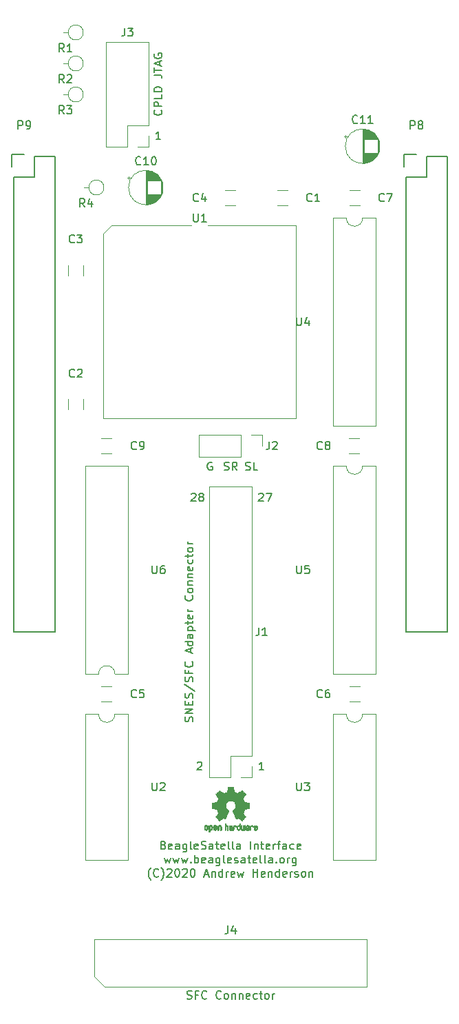
<source format=gbr>
G04 #@! TF.GenerationSoftware,KiCad,Pcbnew,(5.1.5)-3*
G04 #@! TF.CreationDate,2020-06-03T17:33:56-04:00*
G04 #@! TF.ProjectId,beaglesatella_cape,62656167-6c65-4736-9174-656c6c615f63,rev?*
G04 #@! TF.SameCoordinates,Original*
G04 #@! TF.FileFunction,Legend,Top*
G04 #@! TF.FilePolarity,Positive*
%FSLAX46Y46*%
G04 Gerber Fmt 4.6, Leading zero omitted, Abs format (unit mm)*
G04 Created by KiCad (PCBNEW (5.1.5)-3) date 2020-06-03 17:33:56*
%MOMM*%
%LPD*%
G04 APERTURE LIST*
%ADD10C,0.200000*%
%ADD11C,0.010000*%
%ADD12C,0.120000*%
%ADD13C,0.150000*%
G04 APERTURE END LIST*
D10*
X143619623Y-99617161D02*
X143762480Y-99664780D01*
X144000576Y-99664780D01*
X144095814Y-99617161D01*
X144143433Y-99569542D01*
X144191052Y-99474304D01*
X144191052Y-99379066D01*
X144143433Y-99283828D01*
X144095814Y-99236209D01*
X144000576Y-99188590D01*
X143810100Y-99140971D01*
X143714861Y-99093352D01*
X143667242Y-99045733D01*
X143619623Y-98950495D01*
X143619623Y-98855257D01*
X143667242Y-98760019D01*
X143714861Y-98712400D01*
X143810100Y-98664780D01*
X144048195Y-98664780D01*
X144191052Y-98712400D01*
X145095814Y-99664780D02*
X144619623Y-99664780D01*
X144619623Y-98664780D01*
X140984385Y-99617161D02*
X141127242Y-99664780D01*
X141365338Y-99664780D01*
X141460576Y-99617161D01*
X141508195Y-99569542D01*
X141555814Y-99474304D01*
X141555814Y-99379066D01*
X141508195Y-99283828D01*
X141460576Y-99236209D01*
X141365338Y-99188590D01*
X141174861Y-99140971D01*
X141079623Y-99093352D01*
X141032004Y-99045733D01*
X140984385Y-98950495D01*
X140984385Y-98855257D01*
X141032004Y-98760019D01*
X141079623Y-98712400D01*
X141174861Y-98664780D01*
X141412957Y-98664780D01*
X141555814Y-98712400D01*
X142555814Y-99664780D02*
X142222480Y-99188590D01*
X141984385Y-99664780D02*
X141984385Y-98664780D01*
X142365338Y-98664780D01*
X142460576Y-98712400D01*
X142508195Y-98760019D01*
X142555814Y-98855257D01*
X142555814Y-98998114D01*
X142508195Y-99093352D01*
X142460576Y-99140971D01*
X142365338Y-99188590D01*
X141984385Y-99188590D01*
X133165814Y-59024780D02*
X132594385Y-59024780D01*
X132880100Y-59024780D02*
X132880100Y-58024780D01*
X132784861Y-58167638D01*
X132689623Y-58262876D01*
X132594385Y-58310495D01*
X139492004Y-98712400D02*
X139396766Y-98664780D01*
X139253909Y-98664780D01*
X139111052Y-98712400D01*
X139015814Y-98807638D01*
X138968195Y-98902876D01*
X138920576Y-99093352D01*
X138920576Y-99236209D01*
X138968195Y-99426685D01*
X139015814Y-99521923D01*
X139111052Y-99617161D01*
X139253909Y-99664780D01*
X139349147Y-99664780D01*
X139492004Y-99617161D01*
X139539623Y-99569542D01*
X139539623Y-99236209D01*
X139349147Y-99236209D01*
X137094861Y-130532400D02*
X137142480Y-130389542D01*
X137142480Y-130151447D01*
X137094861Y-130056209D01*
X137047242Y-130008590D01*
X136952004Y-129960971D01*
X136856766Y-129960971D01*
X136761528Y-130008590D01*
X136713909Y-130056209D01*
X136666290Y-130151447D01*
X136618671Y-130341923D01*
X136571052Y-130437161D01*
X136523433Y-130484780D01*
X136428195Y-130532400D01*
X136332957Y-130532400D01*
X136237719Y-130484780D01*
X136190100Y-130437161D01*
X136142480Y-130341923D01*
X136142480Y-130103828D01*
X136190100Y-129960971D01*
X137142480Y-129532400D02*
X136142480Y-129532400D01*
X137142480Y-128960971D01*
X136142480Y-128960971D01*
X136618671Y-128484780D02*
X136618671Y-128151447D01*
X137142480Y-128008590D02*
X137142480Y-128484780D01*
X136142480Y-128484780D01*
X136142480Y-128008590D01*
X137094861Y-127627638D02*
X137142480Y-127484780D01*
X137142480Y-127246685D01*
X137094861Y-127151447D01*
X137047242Y-127103828D01*
X136952004Y-127056209D01*
X136856766Y-127056209D01*
X136761528Y-127103828D01*
X136713909Y-127151447D01*
X136666290Y-127246685D01*
X136618671Y-127437161D01*
X136571052Y-127532400D01*
X136523433Y-127580019D01*
X136428195Y-127627638D01*
X136332957Y-127627638D01*
X136237719Y-127580019D01*
X136190100Y-127532400D01*
X136142480Y-127437161D01*
X136142480Y-127199066D01*
X136190100Y-127056209D01*
X136094861Y-125913352D02*
X137380576Y-126770495D01*
X137094861Y-125627638D02*
X137142480Y-125484780D01*
X137142480Y-125246685D01*
X137094861Y-125151447D01*
X137047242Y-125103828D01*
X136952004Y-125056209D01*
X136856766Y-125056209D01*
X136761528Y-125103828D01*
X136713909Y-125151447D01*
X136666290Y-125246685D01*
X136618671Y-125437161D01*
X136571052Y-125532400D01*
X136523433Y-125580019D01*
X136428195Y-125627638D01*
X136332957Y-125627638D01*
X136237719Y-125580019D01*
X136190100Y-125532400D01*
X136142480Y-125437161D01*
X136142480Y-125199066D01*
X136190100Y-125056209D01*
X136618671Y-124294304D02*
X136618671Y-124627638D01*
X137142480Y-124627638D02*
X136142480Y-124627638D01*
X136142480Y-124151447D01*
X137047242Y-123199066D02*
X137094861Y-123246685D01*
X137142480Y-123389542D01*
X137142480Y-123484780D01*
X137094861Y-123627638D01*
X136999623Y-123722876D01*
X136904385Y-123770495D01*
X136713909Y-123818114D01*
X136571052Y-123818114D01*
X136380576Y-123770495D01*
X136285338Y-123722876D01*
X136190100Y-123627638D01*
X136142480Y-123484780D01*
X136142480Y-123389542D01*
X136190100Y-123246685D01*
X136237719Y-123199066D01*
X136856766Y-122056209D02*
X136856766Y-121580019D01*
X137142480Y-122151447D02*
X136142480Y-121818114D01*
X137142480Y-121484780D01*
X137142480Y-120722876D02*
X136142480Y-120722876D01*
X137094861Y-120722876D02*
X137142480Y-120818114D01*
X137142480Y-121008590D01*
X137094861Y-121103828D01*
X137047242Y-121151447D01*
X136952004Y-121199066D01*
X136666290Y-121199066D01*
X136571052Y-121151447D01*
X136523433Y-121103828D01*
X136475814Y-121008590D01*
X136475814Y-120818114D01*
X136523433Y-120722876D01*
X137142480Y-119818114D02*
X136618671Y-119818114D01*
X136523433Y-119865733D01*
X136475814Y-119960971D01*
X136475814Y-120151447D01*
X136523433Y-120246685D01*
X137094861Y-119818114D02*
X137142480Y-119913352D01*
X137142480Y-120151447D01*
X137094861Y-120246685D01*
X136999623Y-120294304D01*
X136904385Y-120294304D01*
X136809147Y-120246685D01*
X136761528Y-120151447D01*
X136761528Y-119913352D01*
X136713909Y-119818114D01*
X136475814Y-119341923D02*
X137475814Y-119341923D01*
X136523433Y-119341923D02*
X136475814Y-119246685D01*
X136475814Y-119056209D01*
X136523433Y-118960971D01*
X136571052Y-118913352D01*
X136666290Y-118865733D01*
X136952004Y-118865733D01*
X137047242Y-118913352D01*
X137094861Y-118960971D01*
X137142480Y-119056209D01*
X137142480Y-119246685D01*
X137094861Y-119341923D01*
X136475814Y-118580019D02*
X136475814Y-118199066D01*
X136142480Y-118437161D02*
X136999623Y-118437161D01*
X137094861Y-118389542D01*
X137142480Y-118294304D01*
X137142480Y-118199066D01*
X137094861Y-117484780D02*
X137142480Y-117580019D01*
X137142480Y-117770495D01*
X137094861Y-117865733D01*
X136999623Y-117913352D01*
X136618671Y-117913352D01*
X136523433Y-117865733D01*
X136475814Y-117770495D01*
X136475814Y-117580019D01*
X136523433Y-117484780D01*
X136618671Y-117437161D01*
X136713909Y-117437161D01*
X136809147Y-117913352D01*
X137142480Y-117008590D02*
X136475814Y-117008590D01*
X136666290Y-117008590D02*
X136571052Y-116960971D01*
X136523433Y-116913352D01*
X136475814Y-116818114D01*
X136475814Y-116722876D01*
X137047242Y-115056209D02*
X137094861Y-115103828D01*
X137142480Y-115246685D01*
X137142480Y-115341923D01*
X137094861Y-115484780D01*
X136999623Y-115580019D01*
X136904385Y-115627638D01*
X136713909Y-115675257D01*
X136571052Y-115675257D01*
X136380576Y-115627638D01*
X136285338Y-115580019D01*
X136190100Y-115484780D01*
X136142480Y-115341923D01*
X136142480Y-115246685D01*
X136190100Y-115103828D01*
X136237719Y-115056209D01*
X137142480Y-114484780D02*
X137094861Y-114580019D01*
X137047242Y-114627638D01*
X136952004Y-114675257D01*
X136666290Y-114675257D01*
X136571052Y-114627638D01*
X136523433Y-114580019D01*
X136475814Y-114484780D01*
X136475814Y-114341923D01*
X136523433Y-114246685D01*
X136571052Y-114199066D01*
X136666290Y-114151447D01*
X136952004Y-114151447D01*
X137047242Y-114199066D01*
X137094861Y-114246685D01*
X137142480Y-114341923D01*
X137142480Y-114484780D01*
X136475814Y-113722876D02*
X137142480Y-113722876D01*
X136571052Y-113722876D02*
X136523433Y-113675257D01*
X136475814Y-113580019D01*
X136475814Y-113437161D01*
X136523433Y-113341923D01*
X136618671Y-113294304D01*
X137142480Y-113294304D01*
X136475814Y-112818114D02*
X137142480Y-112818114D01*
X136571052Y-112818114D02*
X136523433Y-112770495D01*
X136475814Y-112675257D01*
X136475814Y-112532400D01*
X136523433Y-112437161D01*
X136618671Y-112389542D01*
X137142480Y-112389542D01*
X137094861Y-111532400D02*
X137142480Y-111627638D01*
X137142480Y-111818114D01*
X137094861Y-111913352D01*
X136999623Y-111960971D01*
X136618671Y-111960971D01*
X136523433Y-111913352D01*
X136475814Y-111818114D01*
X136475814Y-111627638D01*
X136523433Y-111532400D01*
X136618671Y-111484780D01*
X136713909Y-111484780D01*
X136809147Y-111960971D01*
X137094861Y-110627638D02*
X137142480Y-110722876D01*
X137142480Y-110913352D01*
X137094861Y-111008590D01*
X137047242Y-111056209D01*
X136952004Y-111103828D01*
X136666290Y-111103828D01*
X136571052Y-111056209D01*
X136523433Y-111008590D01*
X136475814Y-110913352D01*
X136475814Y-110722876D01*
X136523433Y-110627638D01*
X136475814Y-110341923D02*
X136475814Y-109960971D01*
X136142480Y-110199066D02*
X136999623Y-110199066D01*
X137094861Y-110151447D01*
X137142480Y-110056209D01*
X137142480Y-109960971D01*
X137142480Y-109484780D02*
X137094861Y-109580019D01*
X137047242Y-109627638D01*
X136952004Y-109675257D01*
X136666290Y-109675257D01*
X136571052Y-109627638D01*
X136523433Y-109580019D01*
X136475814Y-109484780D01*
X136475814Y-109341923D01*
X136523433Y-109246685D01*
X136571052Y-109199066D01*
X136666290Y-109151447D01*
X136952004Y-109151447D01*
X137047242Y-109199066D01*
X137094861Y-109246685D01*
X137142480Y-109341923D01*
X137142480Y-109484780D01*
X137142480Y-108722876D02*
X136475814Y-108722876D01*
X136666290Y-108722876D02*
X136571052Y-108675257D01*
X136523433Y-108627638D01*
X136475814Y-108532400D01*
X136475814Y-108437161D01*
X133237242Y-55389066D02*
X133284861Y-55436685D01*
X133332480Y-55579542D01*
X133332480Y-55674780D01*
X133284861Y-55817638D01*
X133189623Y-55912876D01*
X133094385Y-55960495D01*
X132903909Y-56008114D01*
X132761052Y-56008114D01*
X132570576Y-55960495D01*
X132475338Y-55912876D01*
X132380100Y-55817638D01*
X132332480Y-55674780D01*
X132332480Y-55579542D01*
X132380100Y-55436685D01*
X132427719Y-55389066D01*
X133332480Y-54960495D02*
X132332480Y-54960495D01*
X132332480Y-54579542D01*
X132380100Y-54484304D01*
X132427719Y-54436685D01*
X132522957Y-54389066D01*
X132665814Y-54389066D01*
X132761052Y-54436685D01*
X132808671Y-54484304D01*
X132856290Y-54579542D01*
X132856290Y-54960495D01*
X133332480Y-53484304D02*
X133332480Y-53960495D01*
X132332480Y-53960495D01*
X133332480Y-53150971D02*
X132332480Y-53150971D01*
X132332480Y-52912876D01*
X132380100Y-52770019D01*
X132475338Y-52674780D01*
X132570576Y-52627161D01*
X132761052Y-52579542D01*
X132903909Y-52579542D01*
X133094385Y-52627161D01*
X133189623Y-52674780D01*
X133284861Y-52770019D01*
X133332480Y-52912876D01*
X133332480Y-53150971D01*
X132332480Y-51103352D02*
X133046766Y-51103352D01*
X133189623Y-51150971D01*
X133284861Y-51246209D01*
X133332480Y-51389066D01*
X133332480Y-51484304D01*
X132332480Y-50770019D02*
X132332480Y-50198590D01*
X133332480Y-50484304D02*
X132332480Y-50484304D01*
X133046766Y-49912876D02*
X133046766Y-49436685D01*
X133332480Y-50008114D02*
X132332480Y-49674780D01*
X133332480Y-49341447D01*
X132380100Y-48484304D02*
X132332480Y-48579542D01*
X132332480Y-48722400D01*
X132380100Y-48865257D01*
X132475338Y-48960495D01*
X132570576Y-49008114D01*
X132761052Y-49055733D01*
X132903909Y-49055733D01*
X133094385Y-49008114D01*
X133189623Y-48960495D01*
X133284861Y-48865257D01*
X133332480Y-48722400D01*
X133332480Y-48627161D01*
X133284861Y-48484304D01*
X133237242Y-48436685D01*
X132903909Y-48436685D01*
X132903909Y-48627161D01*
X136938095Y-102570019D02*
X136985714Y-102522400D01*
X137080952Y-102474780D01*
X137319047Y-102474780D01*
X137414285Y-102522400D01*
X137461904Y-102570019D01*
X137509523Y-102665257D01*
X137509523Y-102760495D01*
X137461904Y-102903352D01*
X136890476Y-103474780D01*
X137509523Y-103474780D01*
X138080952Y-102903352D02*
X137985714Y-102855733D01*
X137938095Y-102808114D01*
X137890476Y-102712876D01*
X137890476Y-102665257D01*
X137938095Y-102570019D01*
X137985714Y-102522400D01*
X138080952Y-102474780D01*
X138271428Y-102474780D01*
X138366666Y-102522400D01*
X138414285Y-102570019D01*
X138461904Y-102665257D01*
X138461904Y-102712876D01*
X138414285Y-102808114D01*
X138366666Y-102855733D01*
X138271428Y-102903352D01*
X138080952Y-102903352D01*
X137985714Y-102950971D01*
X137938095Y-102998590D01*
X137890476Y-103093828D01*
X137890476Y-103284304D01*
X137938095Y-103379542D01*
X137985714Y-103427161D01*
X138080952Y-103474780D01*
X138271428Y-103474780D01*
X138366666Y-103427161D01*
X138414285Y-103379542D01*
X138461904Y-103284304D01*
X138461904Y-103093828D01*
X138414285Y-102998590D01*
X138366666Y-102950971D01*
X138271428Y-102903352D01*
X145238095Y-102570019D02*
X145285714Y-102522400D01*
X145380952Y-102474780D01*
X145619047Y-102474780D01*
X145714285Y-102522400D01*
X145761904Y-102570019D01*
X145809523Y-102665257D01*
X145809523Y-102760495D01*
X145761904Y-102903352D01*
X145190476Y-103474780D01*
X145809523Y-103474780D01*
X146142857Y-102474780D02*
X146809523Y-102474780D01*
X146380952Y-103474780D01*
X137674385Y-135590019D02*
X137722004Y-135542400D01*
X137817242Y-135494780D01*
X138055338Y-135494780D01*
X138150576Y-135542400D01*
X138198195Y-135590019D01*
X138245814Y-135685257D01*
X138245814Y-135780495D01*
X138198195Y-135923352D01*
X137626766Y-136494780D01*
X138245814Y-136494780D01*
X145865814Y-136494780D02*
X145294385Y-136494780D01*
X145580100Y-136494780D02*
X145580100Y-135494780D01*
X145484861Y-135637638D01*
X145389623Y-135732876D01*
X145294385Y-135780495D01*
X133508195Y-145700971D02*
X133651052Y-145748590D01*
X133698671Y-145796209D01*
X133746290Y-145891447D01*
X133746290Y-146034304D01*
X133698671Y-146129542D01*
X133651052Y-146177161D01*
X133555814Y-146224780D01*
X133174861Y-146224780D01*
X133174861Y-145224780D01*
X133508195Y-145224780D01*
X133603433Y-145272400D01*
X133651052Y-145320019D01*
X133698671Y-145415257D01*
X133698671Y-145510495D01*
X133651052Y-145605733D01*
X133603433Y-145653352D01*
X133508195Y-145700971D01*
X133174861Y-145700971D01*
X134555814Y-146177161D02*
X134460576Y-146224780D01*
X134270100Y-146224780D01*
X134174861Y-146177161D01*
X134127242Y-146081923D01*
X134127242Y-145700971D01*
X134174861Y-145605733D01*
X134270100Y-145558114D01*
X134460576Y-145558114D01*
X134555814Y-145605733D01*
X134603433Y-145700971D01*
X134603433Y-145796209D01*
X134127242Y-145891447D01*
X135460576Y-146224780D02*
X135460576Y-145700971D01*
X135412957Y-145605733D01*
X135317719Y-145558114D01*
X135127242Y-145558114D01*
X135032004Y-145605733D01*
X135460576Y-146177161D02*
X135365338Y-146224780D01*
X135127242Y-146224780D01*
X135032004Y-146177161D01*
X134984385Y-146081923D01*
X134984385Y-145986685D01*
X135032004Y-145891447D01*
X135127242Y-145843828D01*
X135365338Y-145843828D01*
X135460576Y-145796209D01*
X136365338Y-145558114D02*
X136365338Y-146367638D01*
X136317719Y-146462876D01*
X136270100Y-146510495D01*
X136174861Y-146558114D01*
X136032004Y-146558114D01*
X135936766Y-146510495D01*
X136365338Y-146177161D02*
X136270100Y-146224780D01*
X136079623Y-146224780D01*
X135984385Y-146177161D01*
X135936766Y-146129542D01*
X135889147Y-146034304D01*
X135889147Y-145748590D01*
X135936766Y-145653352D01*
X135984385Y-145605733D01*
X136079623Y-145558114D01*
X136270100Y-145558114D01*
X136365338Y-145605733D01*
X136984385Y-146224780D02*
X136889147Y-146177161D01*
X136841528Y-146081923D01*
X136841528Y-145224780D01*
X137746290Y-146177161D02*
X137651052Y-146224780D01*
X137460576Y-146224780D01*
X137365338Y-146177161D01*
X137317719Y-146081923D01*
X137317719Y-145700971D01*
X137365338Y-145605733D01*
X137460576Y-145558114D01*
X137651052Y-145558114D01*
X137746290Y-145605733D01*
X137793909Y-145700971D01*
X137793909Y-145796209D01*
X137317719Y-145891447D01*
X138174861Y-146177161D02*
X138317719Y-146224780D01*
X138555814Y-146224780D01*
X138651052Y-146177161D01*
X138698671Y-146129542D01*
X138746290Y-146034304D01*
X138746290Y-145939066D01*
X138698671Y-145843828D01*
X138651052Y-145796209D01*
X138555814Y-145748590D01*
X138365338Y-145700971D01*
X138270100Y-145653352D01*
X138222480Y-145605733D01*
X138174861Y-145510495D01*
X138174861Y-145415257D01*
X138222480Y-145320019D01*
X138270100Y-145272400D01*
X138365338Y-145224780D01*
X138603433Y-145224780D01*
X138746290Y-145272400D01*
X139603433Y-146224780D02*
X139603433Y-145700971D01*
X139555814Y-145605733D01*
X139460576Y-145558114D01*
X139270100Y-145558114D01*
X139174861Y-145605733D01*
X139603433Y-146177161D02*
X139508195Y-146224780D01*
X139270100Y-146224780D01*
X139174861Y-146177161D01*
X139127242Y-146081923D01*
X139127242Y-145986685D01*
X139174861Y-145891447D01*
X139270100Y-145843828D01*
X139508195Y-145843828D01*
X139603433Y-145796209D01*
X139936766Y-145558114D02*
X140317719Y-145558114D01*
X140079623Y-145224780D02*
X140079623Y-146081923D01*
X140127242Y-146177161D01*
X140222480Y-146224780D01*
X140317719Y-146224780D01*
X141032004Y-146177161D02*
X140936766Y-146224780D01*
X140746290Y-146224780D01*
X140651052Y-146177161D01*
X140603433Y-146081923D01*
X140603433Y-145700971D01*
X140651052Y-145605733D01*
X140746290Y-145558114D01*
X140936766Y-145558114D01*
X141032004Y-145605733D01*
X141079623Y-145700971D01*
X141079623Y-145796209D01*
X140603433Y-145891447D01*
X141651052Y-146224780D02*
X141555814Y-146177161D01*
X141508195Y-146081923D01*
X141508195Y-145224780D01*
X142174861Y-146224780D02*
X142079623Y-146177161D01*
X142032004Y-146081923D01*
X142032004Y-145224780D01*
X142984385Y-146224780D02*
X142984385Y-145700971D01*
X142936766Y-145605733D01*
X142841528Y-145558114D01*
X142651052Y-145558114D01*
X142555814Y-145605733D01*
X142984385Y-146177161D02*
X142889147Y-146224780D01*
X142651052Y-146224780D01*
X142555814Y-146177161D01*
X142508195Y-146081923D01*
X142508195Y-145986685D01*
X142555814Y-145891447D01*
X142651052Y-145843828D01*
X142889147Y-145843828D01*
X142984385Y-145796209D01*
X144222480Y-146224780D02*
X144222480Y-145224780D01*
X144698671Y-145558114D02*
X144698671Y-146224780D01*
X144698671Y-145653352D02*
X144746290Y-145605733D01*
X144841528Y-145558114D01*
X144984385Y-145558114D01*
X145079623Y-145605733D01*
X145127242Y-145700971D01*
X145127242Y-146224780D01*
X145460576Y-145558114D02*
X145841528Y-145558114D01*
X145603433Y-145224780D02*
X145603433Y-146081923D01*
X145651052Y-146177161D01*
X145746290Y-146224780D01*
X145841528Y-146224780D01*
X146555814Y-146177161D02*
X146460576Y-146224780D01*
X146270100Y-146224780D01*
X146174861Y-146177161D01*
X146127242Y-146081923D01*
X146127242Y-145700971D01*
X146174861Y-145605733D01*
X146270100Y-145558114D01*
X146460576Y-145558114D01*
X146555814Y-145605733D01*
X146603433Y-145700971D01*
X146603433Y-145796209D01*
X146127242Y-145891447D01*
X147032004Y-146224780D02*
X147032004Y-145558114D01*
X147032004Y-145748590D02*
X147079623Y-145653352D01*
X147127242Y-145605733D01*
X147222480Y-145558114D01*
X147317719Y-145558114D01*
X147508195Y-145558114D02*
X147889147Y-145558114D01*
X147651052Y-146224780D02*
X147651052Y-145367638D01*
X147698671Y-145272400D01*
X147793909Y-145224780D01*
X147889147Y-145224780D01*
X148651052Y-146224780D02*
X148651052Y-145700971D01*
X148603433Y-145605733D01*
X148508195Y-145558114D01*
X148317719Y-145558114D01*
X148222480Y-145605733D01*
X148651052Y-146177161D02*
X148555814Y-146224780D01*
X148317719Y-146224780D01*
X148222480Y-146177161D01*
X148174861Y-146081923D01*
X148174861Y-145986685D01*
X148222480Y-145891447D01*
X148317719Y-145843828D01*
X148555814Y-145843828D01*
X148651052Y-145796209D01*
X149555814Y-146177161D02*
X149460576Y-146224780D01*
X149270100Y-146224780D01*
X149174861Y-146177161D01*
X149127242Y-146129542D01*
X149079623Y-146034304D01*
X149079623Y-145748590D01*
X149127242Y-145653352D01*
X149174861Y-145605733D01*
X149270100Y-145558114D01*
X149460576Y-145558114D01*
X149555814Y-145605733D01*
X150365338Y-146177161D02*
X150270100Y-146224780D01*
X150079623Y-146224780D01*
X149984385Y-146177161D01*
X149936766Y-146081923D01*
X149936766Y-145700971D01*
X149984385Y-145605733D01*
X150079623Y-145558114D01*
X150270100Y-145558114D01*
X150365338Y-145605733D01*
X150412957Y-145700971D01*
X150412957Y-145796209D01*
X149936766Y-145891447D01*
X133627242Y-147258114D02*
X133817719Y-147924780D01*
X134008195Y-147448590D01*
X134198671Y-147924780D01*
X134389147Y-147258114D01*
X134674861Y-147258114D02*
X134865338Y-147924780D01*
X135055814Y-147448590D01*
X135246290Y-147924780D01*
X135436766Y-147258114D01*
X135722480Y-147258114D02*
X135912957Y-147924780D01*
X136103433Y-147448590D01*
X136293909Y-147924780D01*
X136484385Y-147258114D01*
X136865338Y-147829542D02*
X136912957Y-147877161D01*
X136865338Y-147924780D01*
X136817719Y-147877161D01*
X136865338Y-147829542D01*
X136865338Y-147924780D01*
X137341528Y-147924780D02*
X137341528Y-146924780D01*
X137341528Y-147305733D02*
X137436766Y-147258114D01*
X137627242Y-147258114D01*
X137722480Y-147305733D01*
X137770100Y-147353352D01*
X137817719Y-147448590D01*
X137817719Y-147734304D01*
X137770100Y-147829542D01*
X137722480Y-147877161D01*
X137627242Y-147924780D01*
X137436766Y-147924780D01*
X137341528Y-147877161D01*
X138627242Y-147877161D02*
X138532004Y-147924780D01*
X138341528Y-147924780D01*
X138246290Y-147877161D01*
X138198671Y-147781923D01*
X138198671Y-147400971D01*
X138246290Y-147305733D01*
X138341528Y-147258114D01*
X138532004Y-147258114D01*
X138627242Y-147305733D01*
X138674861Y-147400971D01*
X138674861Y-147496209D01*
X138198671Y-147591447D01*
X139532004Y-147924780D02*
X139532004Y-147400971D01*
X139484385Y-147305733D01*
X139389147Y-147258114D01*
X139198671Y-147258114D01*
X139103433Y-147305733D01*
X139532004Y-147877161D02*
X139436766Y-147924780D01*
X139198671Y-147924780D01*
X139103433Y-147877161D01*
X139055814Y-147781923D01*
X139055814Y-147686685D01*
X139103433Y-147591447D01*
X139198671Y-147543828D01*
X139436766Y-147543828D01*
X139532004Y-147496209D01*
X140436766Y-147258114D02*
X140436766Y-148067638D01*
X140389147Y-148162876D01*
X140341528Y-148210495D01*
X140246290Y-148258114D01*
X140103433Y-148258114D01*
X140008195Y-148210495D01*
X140436766Y-147877161D02*
X140341528Y-147924780D01*
X140151052Y-147924780D01*
X140055814Y-147877161D01*
X140008195Y-147829542D01*
X139960576Y-147734304D01*
X139960576Y-147448590D01*
X140008195Y-147353352D01*
X140055814Y-147305733D01*
X140151052Y-147258114D01*
X140341528Y-147258114D01*
X140436766Y-147305733D01*
X141055814Y-147924780D02*
X140960576Y-147877161D01*
X140912957Y-147781923D01*
X140912957Y-146924780D01*
X141817719Y-147877161D02*
X141722480Y-147924780D01*
X141532004Y-147924780D01*
X141436766Y-147877161D01*
X141389147Y-147781923D01*
X141389147Y-147400971D01*
X141436766Y-147305733D01*
X141532004Y-147258114D01*
X141722480Y-147258114D01*
X141817719Y-147305733D01*
X141865338Y-147400971D01*
X141865338Y-147496209D01*
X141389147Y-147591447D01*
X142246290Y-147877161D02*
X142341528Y-147924780D01*
X142532004Y-147924780D01*
X142627242Y-147877161D01*
X142674861Y-147781923D01*
X142674861Y-147734304D01*
X142627242Y-147639066D01*
X142532004Y-147591447D01*
X142389147Y-147591447D01*
X142293909Y-147543828D01*
X142246290Y-147448590D01*
X142246290Y-147400971D01*
X142293909Y-147305733D01*
X142389147Y-147258114D01*
X142532004Y-147258114D01*
X142627242Y-147305733D01*
X143532004Y-147924780D02*
X143532004Y-147400971D01*
X143484385Y-147305733D01*
X143389147Y-147258114D01*
X143198671Y-147258114D01*
X143103433Y-147305733D01*
X143532004Y-147877161D02*
X143436766Y-147924780D01*
X143198671Y-147924780D01*
X143103433Y-147877161D01*
X143055814Y-147781923D01*
X143055814Y-147686685D01*
X143103433Y-147591447D01*
X143198671Y-147543828D01*
X143436766Y-147543828D01*
X143532004Y-147496209D01*
X143865338Y-147258114D02*
X144246290Y-147258114D01*
X144008195Y-146924780D02*
X144008195Y-147781923D01*
X144055814Y-147877161D01*
X144151052Y-147924780D01*
X144246290Y-147924780D01*
X144960576Y-147877161D02*
X144865338Y-147924780D01*
X144674861Y-147924780D01*
X144579623Y-147877161D01*
X144532004Y-147781923D01*
X144532004Y-147400971D01*
X144579623Y-147305733D01*
X144674861Y-147258114D01*
X144865338Y-147258114D01*
X144960576Y-147305733D01*
X145008195Y-147400971D01*
X145008195Y-147496209D01*
X144532004Y-147591447D01*
X145579623Y-147924780D02*
X145484385Y-147877161D01*
X145436766Y-147781923D01*
X145436766Y-146924780D01*
X146103433Y-147924780D02*
X146008195Y-147877161D01*
X145960576Y-147781923D01*
X145960576Y-146924780D01*
X146912957Y-147924780D02*
X146912957Y-147400971D01*
X146865338Y-147305733D01*
X146770100Y-147258114D01*
X146579623Y-147258114D01*
X146484385Y-147305733D01*
X146912957Y-147877161D02*
X146817719Y-147924780D01*
X146579623Y-147924780D01*
X146484385Y-147877161D01*
X146436766Y-147781923D01*
X146436766Y-147686685D01*
X146484385Y-147591447D01*
X146579623Y-147543828D01*
X146817719Y-147543828D01*
X146912957Y-147496209D01*
X147389147Y-147829542D02*
X147436766Y-147877161D01*
X147389147Y-147924780D01*
X147341528Y-147877161D01*
X147389147Y-147829542D01*
X147389147Y-147924780D01*
X148008195Y-147924780D02*
X147912957Y-147877161D01*
X147865338Y-147829542D01*
X147817719Y-147734304D01*
X147817719Y-147448590D01*
X147865338Y-147353352D01*
X147912957Y-147305733D01*
X148008195Y-147258114D01*
X148151052Y-147258114D01*
X148246290Y-147305733D01*
X148293909Y-147353352D01*
X148341528Y-147448590D01*
X148341528Y-147734304D01*
X148293909Y-147829542D01*
X148246290Y-147877161D01*
X148151052Y-147924780D01*
X148008195Y-147924780D01*
X148770100Y-147924780D02*
X148770100Y-147258114D01*
X148770100Y-147448590D02*
X148817719Y-147353352D01*
X148865338Y-147305733D01*
X148960576Y-147258114D01*
X149055814Y-147258114D01*
X149817719Y-147258114D02*
X149817719Y-148067638D01*
X149770100Y-148162876D01*
X149722480Y-148210495D01*
X149627242Y-148258114D01*
X149484385Y-148258114D01*
X149389147Y-148210495D01*
X149817719Y-147877161D02*
X149722480Y-147924780D01*
X149532004Y-147924780D01*
X149436766Y-147877161D01*
X149389147Y-147829542D01*
X149341528Y-147734304D01*
X149341528Y-147448590D01*
X149389147Y-147353352D01*
X149436766Y-147305733D01*
X149532004Y-147258114D01*
X149722480Y-147258114D01*
X149817719Y-147305733D01*
X131960576Y-150005733D02*
X131912957Y-149958114D01*
X131817719Y-149815257D01*
X131770099Y-149720019D01*
X131722480Y-149577161D01*
X131674861Y-149339066D01*
X131674861Y-149148590D01*
X131722480Y-148910495D01*
X131770099Y-148767638D01*
X131817719Y-148672400D01*
X131912957Y-148529542D01*
X131960576Y-148481923D01*
X132912957Y-149529542D02*
X132865338Y-149577161D01*
X132722480Y-149624780D01*
X132627242Y-149624780D01*
X132484385Y-149577161D01*
X132389147Y-149481923D01*
X132341528Y-149386685D01*
X132293909Y-149196209D01*
X132293909Y-149053352D01*
X132341528Y-148862876D01*
X132389147Y-148767638D01*
X132484385Y-148672400D01*
X132627242Y-148624780D01*
X132722480Y-148624780D01*
X132865338Y-148672400D01*
X132912957Y-148720019D01*
X133246290Y-150005733D02*
X133293909Y-149958114D01*
X133389147Y-149815257D01*
X133436766Y-149720019D01*
X133484385Y-149577161D01*
X133532004Y-149339066D01*
X133532004Y-149148590D01*
X133484385Y-148910495D01*
X133436766Y-148767638D01*
X133389147Y-148672400D01*
X133293909Y-148529542D01*
X133246290Y-148481923D01*
X133960576Y-148720019D02*
X134008195Y-148672400D01*
X134103433Y-148624780D01*
X134341528Y-148624780D01*
X134436766Y-148672400D01*
X134484385Y-148720019D01*
X134532004Y-148815257D01*
X134532004Y-148910495D01*
X134484385Y-149053352D01*
X133912957Y-149624780D01*
X134532004Y-149624780D01*
X135151052Y-148624780D02*
X135246290Y-148624780D01*
X135341528Y-148672400D01*
X135389147Y-148720019D01*
X135436766Y-148815257D01*
X135484385Y-149005733D01*
X135484385Y-149243828D01*
X135436766Y-149434304D01*
X135389147Y-149529542D01*
X135341528Y-149577161D01*
X135246290Y-149624780D01*
X135151052Y-149624780D01*
X135055814Y-149577161D01*
X135008195Y-149529542D01*
X134960576Y-149434304D01*
X134912957Y-149243828D01*
X134912957Y-149005733D01*
X134960576Y-148815257D01*
X135008195Y-148720019D01*
X135055814Y-148672400D01*
X135151052Y-148624780D01*
X135865338Y-148720019D02*
X135912957Y-148672400D01*
X136008195Y-148624780D01*
X136246290Y-148624780D01*
X136341528Y-148672400D01*
X136389147Y-148720019D01*
X136436766Y-148815257D01*
X136436766Y-148910495D01*
X136389147Y-149053352D01*
X135817719Y-149624780D01*
X136436766Y-149624780D01*
X137055814Y-148624780D02*
X137151052Y-148624780D01*
X137246290Y-148672400D01*
X137293909Y-148720019D01*
X137341528Y-148815257D01*
X137389147Y-149005733D01*
X137389147Y-149243828D01*
X137341528Y-149434304D01*
X137293909Y-149529542D01*
X137246290Y-149577161D01*
X137151052Y-149624780D01*
X137055814Y-149624780D01*
X136960576Y-149577161D01*
X136912957Y-149529542D01*
X136865338Y-149434304D01*
X136817719Y-149243828D01*
X136817719Y-149005733D01*
X136865338Y-148815257D01*
X136912957Y-148720019D01*
X136960576Y-148672400D01*
X137055814Y-148624780D01*
X138532004Y-149339066D02*
X139008195Y-149339066D01*
X138436766Y-149624780D02*
X138770100Y-148624780D01*
X139103433Y-149624780D01*
X139436766Y-148958114D02*
X139436766Y-149624780D01*
X139436766Y-149053352D02*
X139484385Y-149005733D01*
X139579623Y-148958114D01*
X139722480Y-148958114D01*
X139817719Y-149005733D01*
X139865338Y-149100971D01*
X139865338Y-149624780D01*
X140770100Y-149624780D02*
X140770100Y-148624780D01*
X140770100Y-149577161D02*
X140674861Y-149624780D01*
X140484385Y-149624780D01*
X140389147Y-149577161D01*
X140341528Y-149529542D01*
X140293909Y-149434304D01*
X140293909Y-149148590D01*
X140341528Y-149053352D01*
X140389147Y-149005733D01*
X140484385Y-148958114D01*
X140674861Y-148958114D01*
X140770100Y-149005733D01*
X141246290Y-149624780D02*
X141246290Y-148958114D01*
X141246290Y-149148590D02*
X141293909Y-149053352D01*
X141341528Y-149005733D01*
X141436766Y-148958114D01*
X141532004Y-148958114D01*
X142246290Y-149577161D02*
X142151052Y-149624780D01*
X141960576Y-149624780D01*
X141865338Y-149577161D01*
X141817719Y-149481923D01*
X141817719Y-149100971D01*
X141865338Y-149005733D01*
X141960576Y-148958114D01*
X142151052Y-148958114D01*
X142246290Y-149005733D01*
X142293909Y-149100971D01*
X142293909Y-149196209D01*
X141817719Y-149291447D01*
X142627242Y-148958114D02*
X142817719Y-149624780D01*
X143008195Y-149148590D01*
X143198671Y-149624780D01*
X143389147Y-148958114D01*
X144532004Y-149624780D02*
X144532004Y-148624780D01*
X144532004Y-149100971D02*
X145103433Y-149100971D01*
X145103433Y-149624780D02*
X145103433Y-148624780D01*
X145960576Y-149577161D02*
X145865338Y-149624780D01*
X145674861Y-149624780D01*
X145579623Y-149577161D01*
X145532004Y-149481923D01*
X145532004Y-149100971D01*
X145579623Y-149005733D01*
X145674861Y-148958114D01*
X145865338Y-148958114D01*
X145960576Y-149005733D01*
X146008195Y-149100971D01*
X146008195Y-149196209D01*
X145532004Y-149291447D01*
X146436766Y-148958114D02*
X146436766Y-149624780D01*
X146436766Y-149053352D02*
X146484385Y-149005733D01*
X146579623Y-148958114D01*
X146722480Y-148958114D01*
X146817719Y-149005733D01*
X146865338Y-149100971D01*
X146865338Y-149624780D01*
X147770100Y-149624780D02*
X147770100Y-148624780D01*
X147770100Y-149577161D02*
X147674861Y-149624780D01*
X147484385Y-149624780D01*
X147389147Y-149577161D01*
X147341528Y-149529542D01*
X147293909Y-149434304D01*
X147293909Y-149148590D01*
X147341528Y-149053352D01*
X147389147Y-149005733D01*
X147484385Y-148958114D01*
X147674861Y-148958114D01*
X147770100Y-149005733D01*
X148627242Y-149577161D02*
X148532004Y-149624780D01*
X148341528Y-149624780D01*
X148246290Y-149577161D01*
X148198671Y-149481923D01*
X148198671Y-149100971D01*
X148246290Y-149005733D01*
X148341528Y-148958114D01*
X148532004Y-148958114D01*
X148627242Y-149005733D01*
X148674861Y-149100971D01*
X148674861Y-149196209D01*
X148198671Y-149291447D01*
X149103433Y-149624780D02*
X149103433Y-148958114D01*
X149103433Y-149148590D02*
X149151052Y-149053352D01*
X149198671Y-149005733D01*
X149293909Y-148958114D01*
X149389147Y-148958114D01*
X149674861Y-149577161D02*
X149770100Y-149624780D01*
X149960576Y-149624780D01*
X150055814Y-149577161D01*
X150103433Y-149481923D01*
X150103433Y-149434304D01*
X150055814Y-149339066D01*
X149960576Y-149291447D01*
X149817719Y-149291447D01*
X149722480Y-149243828D01*
X149674861Y-149148590D01*
X149674861Y-149100971D01*
X149722480Y-149005733D01*
X149817719Y-148958114D01*
X149960576Y-148958114D01*
X150055814Y-149005733D01*
X150674861Y-149624780D02*
X150579623Y-149577161D01*
X150532004Y-149529542D01*
X150484385Y-149434304D01*
X150484385Y-149148590D01*
X150532004Y-149053352D01*
X150579623Y-149005733D01*
X150674861Y-148958114D01*
X150817719Y-148958114D01*
X150912957Y-149005733D01*
X150960576Y-149053352D01*
X151008195Y-149148590D01*
X151008195Y-149434304D01*
X150960576Y-149529542D01*
X150912957Y-149577161D01*
X150817719Y-149624780D01*
X150674861Y-149624780D01*
X151436766Y-148958114D02*
X151436766Y-149624780D01*
X151436766Y-149053352D02*
X151484385Y-149005733D01*
X151579623Y-148958114D01*
X151722480Y-148958114D01*
X151817719Y-149005733D01*
X151865338Y-149100971D01*
X151865338Y-149624780D01*
D11*
G36*
X141874010Y-138564748D02*
G01*
X141952554Y-138565178D01*
X142009398Y-138566342D01*
X142048205Y-138568607D01*
X142072638Y-138572340D01*
X142086362Y-138577906D01*
X142093040Y-138585673D01*
X142096336Y-138596005D01*
X142096656Y-138597343D01*
X142101662Y-138621479D01*
X142110929Y-138669101D01*
X142123492Y-138735141D01*
X142138387Y-138814528D01*
X142154651Y-138902196D01*
X142155219Y-138905275D01*
X142171510Y-138991189D01*
X142186752Y-139067096D01*
X142199961Y-139128445D01*
X142210154Y-139170682D01*
X142216348Y-139189255D01*
X142216643Y-139189584D01*
X142234888Y-139198653D01*
X142272505Y-139213767D01*
X142321371Y-139231662D01*
X142321643Y-139231758D01*
X142383193Y-139254893D01*
X142455757Y-139284365D01*
X142524157Y-139313997D01*
X142527394Y-139315462D01*
X142638802Y-139366026D01*
X142885499Y-139197560D01*
X142961177Y-139146203D01*
X143029731Y-139100289D01*
X143087188Y-139062430D01*
X143129576Y-139035237D01*
X143152925Y-139021321D01*
X143155142Y-139020289D01*
X143172110Y-139024884D01*
X143203801Y-139047055D01*
X143251452Y-139087847D01*
X143316298Y-139148305D01*
X143382497Y-139212627D01*
X143446314Y-139276012D01*
X143503429Y-139333851D01*
X143550405Y-139382575D01*
X143583803Y-139418610D01*
X143600185Y-139438384D01*
X143600794Y-139439402D01*
X143602605Y-139452972D01*
X143595783Y-139475133D01*
X143578640Y-139508878D01*
X143549493Y-139557200D01*
X143506655Y-139623092D01*
X143449548Y-139707917D01*
X143398866Y-139782577D01*
X143353561Y-139849540D01*
X143316250Y-139904916D01*
X143289552Y-139944820D01*
X143276085Y-139965362D01*
X143275237Y-139966756D01*
X143276881Y-139986438D01*
X143289345Y-140024693D01*
X143310148Y-140074289D01*
X143317562Y-140090128D01*
X143349914Y-140160690D01*
X143384428Y-140240753D01*
X143412465Y-140310029D01*
X143432668Y-140361445D01*
X143448715Y-140400519D01*
X143457988Y-140420941D01*
X143459141Y-140422514D01*
X143476196Y-140425121D01*
X143516398Y-140432263D01*
X143574402Y-140442923D01*
X143644863Y-140456085D01*
X143722435Y-140470733D01*
X143801772Y-140485849D01*
X143877531Y-140500418D01*
X143944364Y-140513422D01*
X143996928Y-140523845D01*
X144029876Y-140530670D01*
X144037957Y-140532599D01*
X144046305Y-140537362D01*
X144052606Y-140548118D01*
X144057145Y-140568498D01*
X144060204Y-140602134D01*
X144062067Y-140652655D01*
X144063018Y-140723692D01*
X144063340Y-140818876D01*
X144063357Y-140857892D01*
X144063357Y-141175199D01*
X143987157Y-141190239D01*
X143944763Y-141198395D01*
X143881500Y-141210299D01*
X143805062Y-141224516D01*
X143723143Y-141239610D01*
X143700500Y-141243755D01*
X143624906Y-141258453D01*
X143559053Y-141272905D01*
X143508466Y-141285775D01*
X143478674Y-141295722D01*
X143473712Y-141298687D01*
X143461526Y-141319683D01*
X143444053Y-141360367D01*
X143424677Y-141412722D01*
X143420834Y-141424000D01*
X143395439Y-141493923D01*
X143363917Y-141572818D01*
X143333069Y-141643666D01*
X143332917Y-141643995D01*
X143281547Y-141755133D01*
X143450499Y-142003653D01*
X143619452Y-142252172D01*
X143402529Y-142469458D01*
X143336919Y-142534126D01*
X143277079Y-142591133D01*
X143226367Y-142637433D01*
X143188146Y-142669984D01*
X143165775Y-142685743D01*
X143162566Y-142686743D01*
X143143726Y-142678869D01*
X143105280Y-142656978D01*
X143051430Y-142623667D01*
X142986376Y-142581531D01*
X142916040Y-142534343D01*
X142844655Y-142486210D01*
X142781008Y-142444328D01*
X142729141Y-142411271D01*
X142693095Y-142389618D01*
X142676967Y-142381943D01*
X142657289Y-142388437D01*
X142619975Y-142405550D01*
X142572721Y-142429726D01*
X142567712Y-142432413D01*
X142504077Y-142464327D01*
X142460441Y-142479979D01*
X142433302Y-142480145D01*
X142419157Y-142465604D01*
X142419075Y-142465400D01*
X142412005Y-142448179D01*
X142395142Y-142407299D01*
X142369795Y-142345925D01*
X142337271Y-142267219D01*
X142298878Y-142174347D01*
X142255922Y-142070472D01*
X142214322Y-141969902D01*
X142168604Y-141858916D01*
X142126626Y-141756103D01*
X142089648Y-141664615D01*
X142058927Y-141587601D01*
X142035722Y-141528215D01*
X142021290Y-141489609D01*
X142016843Y-141475200D01*
X142027996Y-141458672D01*
X142057169Y-141432330D01*
X142096071Y-141403287D01*
X142206857Y-141311439D01*
X142293451Y-141206159D01*
X142354816Y-141089666D01*
X142389915Y-140964176D01*
X142397708Y-140831907D01*
X142392043Y-140770857D01*
X142361178Y-140644195D01*
X142308020Y-140532341D01*
X142235867Y-140436401D01*
X142148017Y-140357476D01*
X142047765Y-140296670D01*
X141938410Y-140255087D01*
X141823247Y-140233828D01*
X141705575Y-140233999D01*
X141588690Y-140256701D01*
X141475889Y-140303038D01*
X141370469Y-140374113D01*
X141326468Y-140414311D01*
X141242079Y-140517529D01*
X141183322Y-140630325D01*
X141149804Y-140749410D01*
X141141135Y-140871495D01*
X141156923Y-140993293D01*
X141196778Y-141111516D01*
X141260307Y-141222875D01*
X141347121Y-141324084D01*
X141444129Y-141403287D01*
X141484537Y-141433562D01*
X141513082Y-141459619D01*
X141523357Y-141475225D01*
X141517977Y-141492243D01*
X141502675Y-141532900D01*
X141478712Y-141594042D01*
X141447344Y-141672519D01*
X141409832Y-141765180D01*
X141367433Y-141868872D01*
X141325763Y-141969926D01*
X141279790Y-142081007D01*
X141237207Y-142183941D01*
X141199321Y-142275565D01*
X141167440Y-142352716D01*
X141142871Y-142412231D01*
X141126920Y-142450944D01*
X141121010Y-142465400D01*
X141107048Y-142480085D01*
X141080040Y-142480042D01*
X141036513Y-142464499D01*
X140972990Y-142432684D01*
X140972488Y-142432413D01*
X140924660Y-142407723D01*
X140885997Y-142389738D01*
X140864195Y-142382014D01*
X140863233Y-142381943D01*
X140846821Y-142389778D01*
X140810587Y-142411565D01*
X140758574Y-142444728D01*
X140694825Y-142486691D01*
X140624160Y-142534343D01*
X140552216Y-142582591D01*
X140487374Y-142624551D01*
X140433835Y-142657627D01*
X140395797Y-142679221D01*
X140377633Y-142686743D01*
X140360908Y-142676857D01*
X140327280Y-142649226D01*
X140280110Y-142606895D01*
X140222758Y-142552905D01*
X140158584Y-142490299D01*
X140137597Y-142469383D01*
X139920599Y-142252023D01*
X140085768Y-142009620D01*
X140135964Y-141935181D01*
X140180019Y-141868372D01*
X140215462Y-141813065D01*
X140239819Y-141773129D01*
X140250622Y-141752436D01*
X140250938Y-141750963D01*
X140245243Y-141731458D01*
X140229926Y-141692222D01*
X140207637Y-141639830D01*
X140191993Y-141604755D01*
X140162741Y-141537601D01*
X140135194Y-141469758D01*
X140113837Y-141412434D01*
X140108035Y-141394972D01*
X140091552Y-141348338D01*
X140075440Y-141312305D01*
X140066590Y-141298687D01*
X140047060Y-141290352D01*
X140004434Y-141278537D01*
X139944245Y-141264581D01*
X139872022Y-141249822D01*
X139839700Y-141243755D01*
X139757622Y-141228673D01*
X139678895Y-141214069D01*
X139611209Y-141201380D01*
X139562260Y-141192042D01*
X139553043Y-141190239D01*
X139476843Y-141175199D01*
X139476843Y-140857892D01*
X139477014Y-140753554D01*
X139477716Y-140674613D01*
X139479234Y-140617438D01*
X139481849Y-140578399D01*
X139485846Y-140553865D01*
X139491509Y-140540205D01*
X139499120Y-140533789D01*
X139502243Y-140532599D01*
X139521078Y-140528380D01*
X139562688Y-140519962D01*
X139621730Y-140508361D01*
X139692857Y-140494595D01*
X139770725Y-140479680D01*
X139849987Y-140464632D01*
X139925298Y-140450469D01*
X139991313Y-140438206D01*
X140042687Y-140428861D01*
X140074075Y-140423450D01*
X140081059Y-140422514D01*
X140087385Y-140409996D01*
X140101390Y-140376646D01*
X140120455Y-140328777D01*
X140127734Y-140310029D01*
X140157096Y-140237595D01*
X140191671Y-140157570D01*
X140222637Y-140090128D01*
X140245423Y-140038559D01*
X140260582Y-139996185D01*
X140265642Y-139970234D01*
X140264836Y-139966756D01*
X140254141Y-139950336D01*
X140229720Y-139913817D01*
X140194195Y-139861087D01*
X140150187Y-139796035D01*
X140100317Y-139722551D01*
X140090456Y-139708045D01*
X140032592Y-139622104D01*
X139990056Y-139556661D01*
X139961154Y-139508704D01*
X139944190Y-139475220D01*
X139937467Y-139453195D01*
X139939290Y-139439617D01*
X139939336Y-139439531D01*
X139953686Y-139421697D01*
X139985423Y-139387217D01*
X140031110Y-139339668D01*
X140087304Y-139282622D01*
X140150568Y-139219655D01*
X140157702Y-139212627D01*
X140237430Y-139135420D01*
X140298957Y-139078730D01*
X140343521Y-139041510D01*
X140372357Y-139022715D01*
X140385058Y-139020289D01*
X140403594Y-139030871D01*
X140442061Y-139055316D01*
X140496486Y-139091012D01*
X140562898Y-139135347D01*
X140637325Y-139185711D01*
X140654701Y-139197560D01*
X140901397Y-139366026D01*
X141012806Y-139315462D01*
X141080557Y-139285995D01*
X141153283Y-139256359D01*
X141215803Y-139232730D01*
X141218557Y-139231758D01*
X141267460Y-139213857D01*
X141305157Y-139198720D01*
X141323525Y-139189610D01*
X141323556Y-139189584D01*
X141329385Y-139173117D01*
X141339292Y-139132619D01*
X141352295Y-139072642D01*
X141367409Y-138997740D01*
X141383652Y-138912464D01*
X141384981Y-138905275D01*
X141401275Y-138817414D01*
X141416233Y-138737660D01*
X141428891Y-138671081D01*
X141438286Y-138622747D01*
X141443454Y-138597725D01*
X141443544Y-138597343D01*
X141446689Y-138586699D01*
X141452804Y-138578662D01*
X141465553Y-138572867D01*
X141488600Y-138568947D01*
X141525609Y-138566535D01*
X141580244Y-138565265D01*
X141656167Y-138564771D01*
X141757044Y-138564686D01*
X141770100Y-138564686D01*
X141874010Y-138564748D01*
G37*
X141874010Y-138564748D02*
X141952554Y-138565178D01*
X142009398Y-138566342D01*
X142048205Y-138568607D01*
X142072638Y-138572340D01*
X142086362Y-138577906D01*
X142093040Y-138585673D01*
X142096336Y-138596005D01*
X142096656Y-138597343D01*
X142101662Y-138621479D01*
X142110929Y-138669101D01*
X142123492Y-138735141D01*
X142138387Y-138814528D01*
X142154651Y-138902196D01*
X142155219Y-138905275D01*
X142171510Y-138991189D01*
X142186752Y-139067096D01*
X142199961Y-139128445D01*
X142210154Y-139170682D01*
X142216348Y-139189255D01*
X142216643Y-139189584D01*
X142234888Y-139198653D01*
X142272505Y-139213767D01*
X142321371Y-139231662D01*
X142321643Y-139231758D01*
X142383193Y-139254893D01*
X142455757Y-139284365D01*
X142524157Y-139313997D01*
X142527394Y-139315462D01*
X142638802Y-139366026D01*
X142885499Y-139197560D01*
X142961177Y-139146203D01*
X143029731Y-139100289D01*
X143087188Y-139062430D01*
X143129576Y-139035237D01*
X143152925Y-139021321D01*
X143155142Y-139020289D01*
X143172110Y-139024884D01*
X143203801Y-139047055D01*
X143251452Y-139087847D01*
X143316298Y-139148305D01*
X143382497Y-139212627D01*
X143446314Y-139276012D01*
X143503429Y-139333851D01*
X143550405Y-139382575D01*
X143583803Y-139418610D01*
X143600185Y-139438384D01*
X143600794Y-139439402D01*
X143602605Y-139452972D01*
X143595783Y-139475133D01*
X143578640Y-139508878D01*
X143549493Y-139557200D01*
X143506655Y-139623092D01*
X143449548Y-139707917D01*
X143398866Y-139782577D01*
X143353561Y-139849540D01*
X143316250Y-139904916D01*
X143289552Y-139944820D01*
X143276085Y-139965362D01*
X143275237Y-139966756D01*
X143276881Y-139986438D01*
X143289345Y-140024693D01*
X143310148Y-140074289D01*
X143317562Y-140090128D01*
X143349914Y-140160690D01*
X143384428Y-140240753D01*
X143412465Y-140310029D01*
X143432668Y-140361445D01*
X143448715Y-140400519D01*
X143457988Y-140420941D01*
X143459141Y-140422514D01*
X143476196Y-140425121D01*
X143516398Y-140432263D01*
X143574402Y-140442923D01*
X143644863Y-140456085D01*
X143722435Y-140470733D01*
X143801772Y-140485849D01*
X143877531Y-140500418D01*
X143944364Y-140513422D01*
X143996928Y-140523845D01*
X144029876Y-140530670D01*
X144037957Y-140532599D01*
X144046305Y-140537362D01*
X144052606Y-140548118D01*
X144057145Y-140568498D01*
X144060204Y-140602134D01*
X144062067Y-140652655D01*
X144063018Y-140723692D01*
X144063340Y-140818876D01*
X144063357Y-140857892D01*
X144063357Y-141175199D01*
X143987157Y-141190239D01*
X143944763Y-141198395D01*
X143881500Y-141210299D01*
X143805062Y-141224516D01*
X143723143Y-141239610D01*
X143700500Y-141243755D01*
X143624906Y-141258453D01*
X143559053Y-141272905D01*
X143508466Y-141285775D01*
X143478674Y-141295722D01*
X143473712Y-141298687D01*
X143461526Y-141319683D01*
X143444053Y-141360367D01*
X143424677Y-141412722D01*
X143420834Y-141424000D01*
X143395439Y-141493923D01*
X143363917Y-141572818D01*
X143333069Y-141643666D01*
X143332917Y-141643995D01*
X143281547Y-141755133D01*
X143450499Y-142003653D01*
X143619452Y-142252172D01*
X143402529Y-142469458D01*
X143336919Y-142534126D01*
X143277079Y-142591133D01*
X143226367Y-142637433D01*
X143188146Y-142669984D01*
X143165775Y-142685743D01*
X143162566Y-142686743D01*
X143143726Y-142678869D01*
X143105280Y-142656978D01*
X143051430Y-142623667D01*
X142986376Y-142581531D01*
X142916040Y-142534343D01*
X142844655Y-142486210D01*
X142781008Y-142444328D01*
X142729141Y-142411271D01*
X142693095Y-142389618D01*
X142676967Y-142381943D01*
X142657289Y-142388437D01*
X142619975Y-142405550D01*
X142572721Y-142429726D01*
X142567712Y-142432413D01*
X142504077Y-142464327D01*
X142460441Y-142479979D01*
X142433302Y-142480145D01*
X142419157Y-142465604D01*
X142419075Y-142465400D01*
X142412005Y-142448179D01*
X142395142Y-142407299D01*
X142369795Y-142345925D01*
X142337271Y-142267219D01*
X142298878Y-142174347D01*
X142255922Y-142070472D01*
X142214322Y-141969902D01*
X142168604Y-141858916D01*
X142126626Y-141756103D01*
X142089648Y-141664615D01*
X142058927Y-141587601D01*
X142035722Y-141528215D01*
X142021290Y-141489609D01*
X142016843Y-141475200D01*
X142027996Y-141458672D01*
X142057169Y-141432330D01*
X142096071Y-141403287D01*
X142206857Y-141311439D01*
X142293451Y-141206159D01*
X142354816Y-141089666D01*
X142389915Y-140964176D01*
X142397708Y-140831907D01*
X142392043Y-140770857D01*
X142361178Y-140644195D01*
X142308020Y-140532341D01*
X142235867Y-140436401D01*
X142148017Y-140357476D01*
X142047765Y-140296670D01*
X141938410Y-140255087D01*
X141823247Y-140233828D01*
X141705575Y-140233999D01*
X141588690Y-140256701D01*
X141475889Y-140303038D01*
X141370469Y-140374113D01*
X141326468Y-140414311D01*
X141242079Y-140517529D01*
X141183322Y-140630325D01*
X141149804Y-140749410D01*
X141141135Y-140871495D01*
X141156923Y-140993293D01*
X141196778Y-141111516D01*
X141260307Y-141222875D01*
X141347121Y-141324084D01*
X141444129Y-141403287D01*
X141484537Y-141433562D01*
X141513082Y-141459619D01*
X141523357Y-141475225D01*
X141517977Y-141492243D01*
X141502675Y-141532900D01*
X141478712Y-141594042D01*
X141447344Y-141672519D01*
X141409832Y-141765180D01*
X141367433Y-141868872D01*
X141325763Y-141969926D01*
X141279790Y-142081007D01*
X141237207Y-142183941D01*
X141199321Y-142275565D01*
X141167440Y-142352716D01*
X141142871Y-142412231D01*
X141126920Y-142450944D01*
X141121010Y-142465400D01*
X141107048Y-142480085D01*
X141080040Y-142480042D01*
X141036513Y-142464499D01*
X140972990Y-142432684D01*
X140972488Y-142432413D01*
X140924660Y-142407723D01*
X140885997Y-142389738D01*
X140864195Y-142382014D01*
X140863233Y-142381943D01*
X140846821Y-142389778D01*
X140810587Y-142411565D01*
X140758574Y-142444728D01*
X140694825Y-142486691D01*
X140624160Y-142534343D01*
X140552216Y-142582591D01*
X140487374Y-142624551D01*
X140433835Y-142657627D01*
X140395797Y-142679221D01*
X140377633Y-142686743D01*
X140360908Y-142676857D01*
X140327280Y-142649226D01*
X140280110Y-142606895D01*
X140222758Y-142552905D01*
X140158584Y-142490299D01*
X140137597Y-142469383D01*
X139920599Y-142252023D01*
X140085768Y-142009620D01*
X140135964Y-141935181D01*
X140180019Y-141868372D01*
X140215462Y-141813065D01*
X140239819Y-141773129D01*
X140250622Y-141752436D01*
X140250938Y-141750963D01*
X140245243Y-141731458D01*
X140229926Y-141692222D01*
X140207637Y-141639830D01*
X140191993Y-141604755D01*
X140162741Y-141537601D01*
X140135194Y-141469758D01*
X140113837Y-141412434D01*
X140108035Y-141394972D01*
X140091552Y-141348338D01*
X140075440Y-141312305D01*
X140066590Y-141298687D01*
X140047060Y-141290352D01*
X140004434Y-141278537D01*
X139944245Y-141264581D01*
X139872022Y-141249822D01*
X139839700Y-141243755D01*
X139757622Y-141228673D01*
X139678895Y-141214069D01*
X139611209Y-141201380D01*
X139562260Y-141192042D01*
X139553043Y-141190239D01*
X139476843Y-141175199D01*
X139476843Y-140857892D01*
X139477014Y-140753554D01*
X139477716Y-140674613D01*
X139479234Y-140617438D01*
X139481849Y-140578399D01*
X139485846Y-140553865D01*
X139491509Y-140540205D01*
X139499120Y-140533789D01*
X139502243Y-140532599D01*
X139521078Y-140528380D01*
X139562688Y-140519962D01*
X139621730Y-140508361D01*
X139692857Y-140494595D01*
X139770725Y-140479680D01*
X139849987Y-140464632D01*
X139925298Y-140450469D01*
X139991313Y-140438206D01*
X140042687Y-140428861D01*
X140074075Y-140423450D01*
X140081059Y-140422514D01*
X140087385Y-140409996D01*
X140101390Y-140376646D01*
X140120455Y-140328777D01*
X140127734Y-140310029D01*
X140157096Y-140237595D01*
X140191671Y-140157570D01*
X140222637Y-140090128D01*
X140245423Y-140038559D01*
X140260582Y-139996185D01*
X140265642Y-139970234D01*
X140264836Y-139966756D01*
X140254141Y-139950336D01*
X140229720Y-139913817D01*
X140194195Y-139861087D01*
X140150187Y-139796035D01*
X140100317Y-139722551D01*
X140090456Y-139708045D01*
X140032592Y-139622104D01*
X139990056Y-139556661D01*
X139961154Y-139508704D01*
X139944190Y-139475220D01*
X139937467Y-139453195D01*
X139939290Y-139439617D01*
X139939336Y-139439531D01*
X139953686Y-139421697D01*
X139985423Y-139387217D01*
X140031110Y-139339668D01*
X140087304Y-139282622D01*
X140150568Y-139219655D01*
X140157702Y-139212627D01*
X140237430Y-139135420D01*
X140298957Y-139078730D01*
X140343521Y-139041510D01*
X140372357Y-139022715D01*
X140385058Y-139020289D01*
X140403594Y-139030871D01*
X140442061Y-139055316D01*
X140496486Y-139091012D01*
X140562898Y-139135347D01*
X140637325Y-139185711D01*
X140654701Y-139197560D01*
X140901397Y-139366026D01*
X141012806Y-139315462D01*
X141080557Y-139285995D01*
X141153283Y-139256359D01*
X141215803Y-139232730D01*
X141218557Y-139231758D01*
X141267460Y-139213857D01*
X141305157Y-139198720D01*
X141323525Y-139189610D01*
X141323556Y-139189584D01*
X141329385Y-139173117D01*
X141339292Y-139132619D01*
X141352295Y-139072642D01*
X141367409Y-138997740D01*
X141383652Y-138912464D01*
X141384981Y-138905275D01*
X141401275Y-138817414D01*
X141416233Y-138737660D01*
X141428891Y-138671081D01*
X141438286Y-138622747D01*
X141443454Y-138597725D01*
X141443544Y-138597343D01*
X141446689Y-138586699D01*
X141452804Y-138578662D01*
X141465553Y-138572867D01*
X141488600Y-138568947D01*
X141525609Y-138566535D01*
X141580244Y-138565265D01*
X141656167Y-138564771D01*
X141757044Y-138564686D01*
X141770100Y-138564686D01*
X141874010Y-138564748D01*
G36*
X144923695Y-143289366D02*
G01*
X144981121Y-143326897D01*
X145008819Y-143360496D01*
X145030762Y-143421464D01*
X145032505Y-143469708D01*
X145028557Y-143534216D01*
X144879786Y-143599334D01*
X144807449Y-143632602D01*
X144760184Y-143659364D01*
X144735607Y-143682544D01*
X144731337Y-143705067D01*
X144744989Y-143729855D01*
X144760043Y-143746286D01*
X144803846Y-143772635D01*
X144851489Y-143774481D01*
X144895245Y-143753946D01*
X144927389Y-143713152D01*
X144933138Y-143698747D01*
X144960676Y-143653756D01*
X144992358Y-143634582D01*
X145035814Y-143618179D01*
X145035814Y-143680366D01*
X145031972Y-143722683D01*
X145016923Y-143758369D01*
X144985380Y-143799343D01*
X144980692Y-143804667D01*
X144945606Y-143841120D01*
X144915447Y-143860683D01*
X144877715Y-143869683D01*
X144846435Y-143872630D01*
X144790485Y-143873365D01*
X144750655Y-143864060D01*
X144725808Y-143850246D01*
X144686756Y-143819867D01*
X144659725Y-143787013D01*
X144642617Y-143745694D01*
X144633338Y-143689921D01*
X144629793Y-143613705D01*
X144629510Y-143575022D01*
X144630472Y-143528647D01*
X144718107Y-143528647D01*
X144719123Y-143553526D01*
X144721656Y-143557600D01*
X144738374Y-143552065D01*
X144774349Y-143537417D01*
X144822431Y-143516590D01*
X144832486Y-143512114D01*
X144893252Y-143481214D01*
X144926732Y-143454057D01*
X144934090Y-143428620D01*
X144916491Y-143402881D01*
X144901956Y-143391509D01*
X144849510Y-143368764D01*
X144800422Y-143372522D01*
X144759327Y-143400284D01*
X144730858Y-143449552D01*
X144721731Y-143488657D01*
X144718107Y-143528647D01*
X144630472Y-143528647D01*
X144631385Y-143484649D01*
X144638296Y-143417784D01*
X144651984Y-143369095D01*
X144674196Y-143333249D01*
X144706674Y-143304913D01*
X144720833Y-143295755D01*
X144785153Y-143271907D01*
X144855573Y-143270406D01*
X144923695Y-143289366D01*
G37*
X144923695Y-143289366D02*
X144981121Y-143326897D01*
X145008819Y-143360496D01*
X145030762Y-143421464D01*
X145032505Y-143469708D01*
X145028557Y-143534216D01*
X144879786Y-143599334D01*
X144807449Y-143632602D01*
X144760184Y-143659364D01*
X144735607Y-143682544D01*
X144731337Y-143705067D01*
X144744989Y-143729855D01*
X144760043Y-143746286D01*
X144803846Y-143772635D01*
X144851489Y-143774481D01*
X144895245Y-143753946D01*
X144927389Y-143713152D01*
X144933138Y-143698747D01*
X144960676Y-143653756D01*
X144992358Y-143634582D01*
X145035814Y-143618179D01*
X145035814Y-143680366D01*
X145031972Y-143722683D01*
X145016923Y-143758369D01*
X144985380Y-143799343D01*
X144980692Y-143804667D01*
X144945606Y-143841120D01*
X144915447Y-143860683D01*
X144877715Y-143869683D01*
X144846435Y-143872630D01*
X144790485Y-143873365D01*
X144750655Y-143864060D01*
X144725808Y-143850246D01*
X144686756Y-143819867D01*
X144659725Y-143787013D01*
X144642617Y-143745694D01*
X144633338Y-143689921D01*
X144629793Y-143613705D01*
X144629510Y-143575022D01*
X144630472Y-143528647D01*
X144718107Y-143528647D01*
X144719123Y-143553526D01*
X144721656Y-143557600D01*
X144738374Y-143552065D01*
X144774349Y-143537417D01*
X144822431Y-143516590D01*
X144832486Y-143512114D01*
X144893252Y-143481214D01*
X144926732Y-143454057D01*
X144934090Y-143428620D01*
X144916491Y-143402881D01*
X144901956Y-143391509D01*
X144849510Y-143368764D01*
X144800422Y-143372522D01*
X144759327Y-143400284D01*
X144730858Y-143449552D01*
X144721731Y-143488657D01*
X144718107Y-143528647D01*
X144630472Y-143528647D01*
X144631385Y-143484649D01*
X144638296Y-143417784D01*
X144651984Y-143369095D01*
X144674196Y-143333249D01*
X144706674Y-143304913D01*
X144720833Y-143295755D01*
X144785153Y-143271907D01*
X144855573Y-143270406D01*
X144923695Y-143289366D01*
G36*
X144422700Y-143281152D02*
G01*
X144440048Y-143288734D01*
X144481456Y-143321528D01*
X144516865Y-143368947D01*
X144538764Y-143419551D01*
X144542329Y-143444498D01*
X144530379Y-143479327D01*
X144504167Y-143497757D01*
X144476064Y-143508916D01*
X144463195Y-143510972D01*
X144456929Y-143496049D01*
X144444556Y-143463575D01*
X144439128Y-143448902D01*
X144408690Y-143398144D01*
X144364620Y-143372827D01*
X144308110Y-143373606D01*
X144303925Y-143374603D01*
X144273755Y-143388907D01*
X144251576Y-143416793D01*
X144236427Y-143461687D01*
X144227350Y-143527015D01*
X144223386Y-143616204D01*
X144223014Y-143663661D01*
X144222830Y-143738471D01*
X144221622Y-143789469D01*
X144218409Y-143821871D01*
X144212209Y-143840895D01*
X144202040Y-143851756D01*
X144186919Y-143859672D01*
X144186046Y-143860070D01*
X144156928Y-143872381D01*
X144142503Y-143876914D01*
X144140286Y-143863209D01*
X144138389Y-143825325D01*
X144136947Y-143768115D01*
X144136098Y-143696427D01*
X144135929Y-143643965D01*
X144136792Y-143542447D01*
X144140170Y-143465432D01*
X144147242Y-143408423D01*
X144159188Y-143366926D01*
X144177190Y-143336443D01*
X144202427Y-143312480D01*
X144227347Y-143295755D01*
X144287271Y-143273497D01*
X144357011Y-143268476D01*
X144422700Y-143281152D01*
G37*
X144422700Y-143281152D02*
X144440048Y-143288734D01*
X144481456Y-143321528D01*
X144516865Y-143368947D01*
X144538764Y-143419551D01*
X144542329Y-143444498D01*
X144530379Y-143479327D01*
X144504167Y-143497757D01*
X144476064Y-143508916D01*
X144463195Y-143510972D01*
X144456929Y-143496049D01*
X144444556Y-143463575D01*
X144439128Y-143448902D01*
X144408690Y-143398144D01*
X144364620Y-143372827D01*
X144308110Y-143373606D01*
X144303925Y-143374603D01*
X144273755Y-143388907D01*
X144251576Y-143416793D01*
X144236427Y-143461687D01*
X144227350Y-143527015D01*
X144223386Y-143616204D01*
X144223014Y-143663661D01*
X144222830Y-143738471D01*
X144221622Y-143789469D01*
X144218409Y-143821871D01*
X144212209Y-143840895D01*
X144202040Y-143851756D01*
X144186919Y-143859672D01*
X144186046Y-143860070D01*
X144156928Y-143872381D01*
X144142503Y-143876914D01*
X144140286Y-143863209D01*
X144138389Y-143825325D01*
X144136947Y-143768115D01*
X144136098Y-143696427D01*
X144135929Y-143643965D01*
X144136792Y-143542447D01*
X144140170Y-143465432D01*
X144147242Y-143408423D01*
X144159188Y-143366926D01*
X144177190Y-143336443D01*
X144202427Y-143312480D01*
X144227347Y-143295755D01*
X144287271Y-143273497D01*
X144357011Y-143268476D01*
X144422700Y-143281152D01*
G36*
X143914976Y-143278735D02*
G01*
X143956767Y-143297744D01*
X143989569Y-143320778D01*
X144013603Y-143346533D01*
X144030197Y-143379758D01*
X144040677Y-143425200D01*
X144046371Y-143487607D01*
X144048607Y-143571727D01*
X144048843Y-143627121D01*
X144048843Y-143843226D01*
X144011874Y-143860070D01*
X143982756Y-143872381D01*
X143968331Y-143876914D01*
X143965572Y-143863425D01*
X143963382Y-143827053D01*
X143962042Y-143773942D01*
X143961757Y-143731772D01*
X143960534Y-143670847D01*
X143957236Y-143622515D01*
X143952421Y-143592918D01*
X143948596Y-143586629D01*
X143922883Y-143593052D01*
X143882518Y-143609525D01*
X143835779Y-143631858D01*
X143790945Y-143655857D01*
X143756293Y-143677330D01*
X143740102Y-143692085D01*
X143740038Y-143692245D01*
X143741430Y-143719552D01*
X143753918Y-143745619D01*
X143775843Y-143766792D01*
X143807843Y-143773874D01*
X143835192Y-143773049D01*
X143873926Y-143772442D01*
X143894258Y-143781516D01*
X143906469Y-143805492D01*
X143908009Y-143810013D01*
X143913303Y-143844206D01*
X143899147Y-143864968D01*
X143862248Y-143874862D01*
X143822389Y-143876692D01*
X143750662Y-143863127D01*
X143713532Y-143843755D01*
X143667676Y-143798245D01*
X143643356Y-143742383D01*
X143641173Y-143683357D01*
X143661729Y-143628353D01*
X143692649Y-143593886D01*
X143723520Y-143574589D01*
X143772042Y-143550159D01*
X143828585Y-143525385D01*
X143838010Y-143521599D01*
X143900119Y-143494191D01*
X143935922Y-143470034D01*
X143947437Y-143446019D01*
X143936680Y-143419035D01*
X143918214Y-143397943D01*
X143874569Y-143371972D01*
X143826546Y-143370024D01*
X143782506Y-143390037D01*
X143750809Y-143429951D01*
X143746649Y-143440248D01*
X143722427Y-143478124D01*
X143687065Y-143506242D01*
X143642443Y-143529317D01*
X143642443Y-143463885D01*
X143645069Y-143423906D01*
X143656330Y-143392397D01*
X143681299Y-143358778D01*
X143705269Y-143332884D01*
X143742541Y-143296217D01*
X143771501Y-143276521D01*
X143802605Y-143268620D01*
X143837813Y-143267314D01*
X143914976Y-143278735D01*
G37*
X143914976Y-143278735D02*
X143956767Y-143297744D01*
X143989569Y-143320778D01*
X144013603Y-143346533D01*
X144030197Y-143379758D01*
X144040677Y-143425200D01*
X144046371Y-143487607D01*
X144048607Y-143571727D01*
X144048843Y-143627121D01*
X144048843Y-143843226D01*
X144011874Y-143860070D01*
X143982756Y-143872381D01*
X143968331Y-143876914D01*
X143965572Y-143863425D01*
X143963382Y-143827053D01*
X143962042Y-143773942D01*
X143961757Y-143731772D01*
X143960534Y-143670847D01*
X143957236Y-143622515D01*
X143952421Y-143592918D01*
X143948596Y-143586629D01*
X143922883Y-143593052D01*
X143882518Y-143609525D01*
X143835779Y-143631858D01*
X143790945Y-143655857D01*
X143756293Y-143677330D01*
X143740102Y-143692085D01*
X143740038Y-143692245D01*
X143741430Y-143719552D01*
X143753918Y-143745619D01*
X143775843Y-143766792D01*
X143807843Y-143773874D01*
X143835192Y-143773049D01*
X143873926Y-143772442D01*
X143894258Y-143781516D01*
X143906469Y-143805492D01*
X143908009Y-143810013D01*
X143913303Y-143844206D01*
X143899147Y-143864968D01*
X143862248Y-143874862D01*
X143822389Y-143876692D01*
X143750662Y-143863127D01*
X143713532Y-143843755D01*
X143667676Y-143798245D01*
X143643356Y-143742383D01*
X143641173Y-143683357D01*
X143661729Y-143628353D01*
X143692649Y-143593886D01*
X143723520Y-143574589D01*
X143772042Y-143550159D01*
X143828585Y-143525385D01*
X143838010Y-143521599D01*
X143900119Y-143494191D01*
X143935922Y-143470034D01*
X143947437Y-143446019D01*
X143936680Y-143419035D01*
X143918214Y-143397943D01*
X143874569Y-143371972D01*
X143826546Y-143370024D01*
X143782506Y-143390037D01*
X143750809Y-143429951D01*
X143746649Y-143440248D01*
X143722427Y-143478124D01*
X143687065Y-143506242D01*
X143642443Y-143529317D01*
X143642443Y-143463885D01*
X143645069Y-143423906D01*
X143656330Y-143392397D01*
X143681299Y-143358778D01*
X143705269Y-143332884D01*
X143742541Y-143296217D01*
X143771501Y-143276521D01*
X143802605Y-143268620D01*
X143837813Y-143267314D01*
X143914976Y-143278735D01*
G36*
X143549933Y-143281063D02*
G01*
X143552148Y-143319250D01*
X143553884Y-143377286D01*
X143554999Y-143450580D01*
X143555357Y-143527455D01*
X143555357Y-143787596D01*
X143509426Y-143833527D01*
X143477775Y-143861829D01*
X143449990Y-143873293D01*
X143412015Y-143872568D01*
X143396940Y-143870721D01*
X143349826Y-143865348D01*
X143310856Y-143862269D01*
X143301357Y-143861985D01*
X143269333Y-143863845D01*
X143223532Y-143868514D01*
X143205774Y-143870721D01*
X143162157Y-143874135D01*
X143132845Y-143866720D01*
X143103780Y-143843827D01*
X143093288Y-143833527D01*
X143047357Y-143787596D01*
X143047357Y-143301002D01*
X143084326Y-143284158D01*
X143116159Y-143271682D01*
X143134783Y-143267314D01*
X143139558Y-143281118D01*
X143144021Y-143319686D01*
X143147875Y-143378756D01*
X143150822Y-143454063D01*
X143152243Y-143517686D01*
X143156214Y-143768057D01*
X143190859Y-143772956D01*
X143222368Y-143769531D01*
X143237808Y-143758441D01*
X143242123Y-143737708D01*
X143245808Y-143693545D01*
X143248569Y-143631546D01*
X143250112Y-143557309D01*
X143250335Y-143519106D01*
X143250557Y-143299183D01*
X143296266Y-143283249D01*
X143328618Y-143272415D01*
X143346215Y-143267362D01*
X143346723Y-143267314D01*
X143348488Y-143281048D01*
X143350429Y-143319130D01*
X143352382Y-143376882D01*
X143354184Y-143449627D01*
X143355443Y-143517686D01*
X143359414Y-143768057D01*
X143446500Y-143768057D01*
X143450496Y-143539640D01*
X143454492Y-143311222D01*
X143496947Y-143289268D01*
X143528292Y-143274193D01*
X143546844Y-143267351D01*
X143547379Y-143267314D01*
X143549933Y-143281063D01*
G37*
X143549933Y-143281063D02*
X143552148Y-143319250D01*
X143553884Y-143377286D01*
X143554999Y-143450580D01*
X143555357Y-143527455D01*
X143555357Y-143787596D01*
X143509426Y-143833527D01*
X143477775Y-143861829D01*
X143449990Y-143873293D01*
X143412015Y-143872568D01*
X143396940Y-143870721D01*
X143349826Y-143865348D01*
X143310856Y-143862269D01*
X143301357Y-143861985D01*
X143269333Y-143863845D01*
X143223532Y-143868514D01*
X143205774Y-143870721D01*
X143162157Y-143874135D01*
X143132845Y-143866720D01*
X143103780Y-143843827D01*
X143093288Y-143833527D01*
X143047357Y-143787596D01*
X143047357Y-143301002D01*
X143084326Y-143284158D01*
X143116159Y-143271682D01*
X143134783Y-143267314D01*
X143139558Y-143281118D01*
X143144021Y-143319686D01*
X143147875Y-143378756D01*
X143150822Y-143454063D01*
X143152243Y-143517686D01*
X143156214Y-143768057D01*
X143190859Y-143772956D01*
X143222368Y-143769531D01*
X143237808Y-143758441D01*
X143242123Y-143737708D01*
X143245808Y-143693545D01*
X143248569Y-143631546D01*
X143250112Y-143557309D01*
X143250335Y-143519106D01*
X143250557Y-143299183D01*
X143296266Y-143283249D01*
X143328618Y-143272415D01*
X143346215Y-143267362D01*
X143346723Y-143267314D01*
X143348488Y-143281048D01*
X143350429Y-143319130D01*
X143352382Y-143376882D01*
X143354184Y-143449627D01*
X143355443Y-143517686D01*
X143359414Y-143768057D01*
X143446500Y-143768057D01*
X143450496Y-143539640D01*
X143454492Y-143311222D01*
X143496947Y-143289268D01*
X143528292Y-143274193D01*
X143546844Y-143267351D01*
X143547379Y-143267314D01*
X143549933Y-143281063D01*
G36*
X142960217Y-143387758D02*
G01*
X142960033Y-143496237D01*
X142959319Y-143579687D01*
X142957775Y-143642104D01*
X142955101Y-143687485D01*
X142950994Y-143719829D01*
X142945155Y-143743133D01*
X142937282Y-143761395D01*
X142931321Y-143771818D01*
X142881955Y-143828345D01*
X142819364Y-143863777D01*
X142750113Y-143876490D01*
X142680768Y-143864863D01*
X142639475Y-143843968D01*
X142596125Y-143807822D01*
X142566581Y-143763676D01*
X142548755Y-143705862D01*
X142540563Y-143628713D01*
X142539402Y-143572114D01*
X142539558Y-143568047D01*
X142640957Y-143568047D01*
X142641576Y-143632950D01*
X142644414Y-143675914D01*
X142650940Y-143704022D01*
X142662623Y-143724353D01*
X142676583Y-143739688D01*
X142723465Y-143769290D01*
X142773801Y-143771819D01*
X142821376Y-143747105D01*
X142825079Y-143743756D01*
X142840883Y-143726335D01*
X142850793Y-143705609D01*
X142856158Y-143674762D01*
X142858328Y-143626977D01*
X142858671Y-143574148D01*
X142857927Y-143507781D01*
X142854848Y-143463506D01*
X142848161Y-143434409D01*
X142836596Y-143413573D01*
X142827113Y-143402507D01*
X142783060Y-143374598D01*
X142732324Y-143371243D01*
X142683896Y-143392559D01*
X142674550Y-143400473D01*
X142658640Y-143418047D01*
X142648710Y-143438987D01*
X142643378Y-143470182D01*
X142641263Y-143518522D01*
X142640957Y-143568047D01*
X142539558Y-143568047D01*
X142542910Y-143480968D01*
X142554826Y-143412486D01*
X142577235Y-143361000D01*
X142612224Y-143320843D01*
X142639475Y-143300261D01*
X142689007Y-143278025D01*
X142746416Y-143267704D01*
X142799782Y-143270467D01*
X142829643Y-143281612D01*
X142841361Y-143284783D01*
X142849137Y-143272957D01*
X142854565Y-143241266D01*
X142858671Y-143192993D01*
X142863167Y-143139229D01*
X142869413Y-143106882D01*
X142880776Y-143088385D01*
X142900628Y-143076170D01*
X142913100Y-143070762D01*
X142960271Y-143051001D01*
X142960217Y-143387758D01*
G37*
X142960217Y-143387758D02*
X142960033Y-143496237D01*
X142959319Y-143579687D01*
X142957775Y-143642104D01*
X142955101Y-143687485D01*
X142950994Y-143719829D01*
X142945155Y-143743133D01*
X142937282Y-143761395D01*
X142931321Y-143771818D01*
X142881955Y-143828345D01*
X142819364Y-143863777D01*
X142750113Y-143876490D01*
X142680768Y-143864863D01*
X142639475Y-143843968D01*
X142596125Y-143807822D01*
X142566581Y-143763676D01*
X142548755Y-143705862D01*
X142540563Y-143628713D01*
X142539402Y-143572114D01*
X142539558Y-143568047D01*
X142640957Y-143568047D01*
X142641576Y-143632950D01*
X142644414Y-143675914D01*
X142650940Y-143704022D01*
X142662623Y-143724353D01*
X142676583Y-143739688D01*
X142723465Y-143769290D01*
X142773801Y-143771819D01*
X142821376Y-143747105D01*
X142825079Y-143743756D01*
X142840883Y-143726335D01*
X142850793Y-143705609D01*
X142856158Y-143674762D01*
X142858328Y-143626977D01*
X142858671Y-143574148D01*
X142857927Y-143507781D01*
X142854848Y-143463506D01*
X142848161Y-143434409D01*
X142836596Y-143413573D01*
X142827113Y-143402507D01*
X142783060Y-143374598D01*
X142732324Y-143371243D01*
X142683896Y-143392559D01*
X142674550Y-143400473D01*
X142658640Y-143418047D01*
X142648710Y-143438987D01*
X142643378Y-143470182D01*
X142641263Y-143518522D01*
X142640957Y-143568047D01*
X142539558Y-143568047D01*
X142542910Y-143480968D01*
X142554826Y-143412486D01*
X142577235Y-143361000D01*
X142612224Y-143320843D01*
X142639475Y-143300261D01*
X142689007Y-143278025D01*
X142746416Y-143267704D01*
X142799782Y-143270467D01*
X142829643Y-143281612D01*
X142841361Y-143284783D01*
X142849137Y-143272957D01*
X142854565Y-143241266D01*
X142858671Y-143192993D01*
X142863167Y-143139229D01*
X142869413Y-143106882D01*
X142880776Y-143088385D01*
X142900628Y-143076170D01*
X142913100Y-143070762D01*
X142960271Y-143051001D01*
X142960217Y-143387758D01*
G36*
X142300026Y-143272155D02*
G01*
X142365958Y-143296484D01*
X142419373Y-143339517D01*
X142440264Y-143369809D01*
X142463039Y-143425394D01*
X142462566Y-143465586D01*
X142438662Y-143492617D01*
X142429817Y-143497213D01*
X142391630Y-143511544D01*
X142372128Y-143507872D01*
X142365522Y-143483807D01*
X142365186Y-143470514D01*
X142353092Y-143421610D01*
X142321571Y-143387399D01*
X142277759Y-143370876D01*
X142228795Y-143375034D01*
X142188994Y-143396627D01*
X142175550Y-143408944D01*
X142166021Y-143423887D01*
X142159585Y-143446475D01*
X142155417Y-143481728D01*
X142152697Y-143534666D01*
X142150602Y-143610307D01*
X142150060Y-143634257D01*
X142148081Y-143716190D01*
X142145831Y-143773855D01*
X142142457Y-143812008D01*
X142137106Y-143835404D01*
X142128924Y-143848798D01*
X142117059Y-143856945D01*
X142109462Y-143860544D01*
X142077202Y-143872852D01*
X142058211Y-143876914D01*
X142051936Y-143863348D01*
X142048106Y-143822334D01*
X142046700Y-143753399D01*
X142047698Y-143656069D01*
X142048008Y-143641057D01*
X142050201Y-143552259D01*
X142052793Y-143487419D01*
X142056482Y-143441467D01*
X142061964Y-143409335D01*
X142069935Y-143385953D01*
X142081093Y-143366252D01*
X142086930Y-143357810D01*
X142120396Y-143320457D01*
X142157827Y-143291403D01*
X142162409Y-143288867D01*
X142229526Y-143268843D01*
X142300026Y-143272155D01*
G37*
X142300026Y-143272155D02*
X142365958Y-143296484D01*
X142419373Y-143339517D01*
X142440264Y-143369809D01*
X142463039Y-143425394D01*
X142462566Y-143465586D01*
X142438662Y-143492617D01*
X142429817Y-143497213D01*
X142391630Y-143511544D01*
X142372128Y-143507872D01*
X142365522Y-143483807D01*
X142365186Y-143470514D01*
X142353092Y-143421610D01*
X142321571Y-143387399D01*
X142277759Y-143370876D01*
X142228795Y-143375034D01*
X142188994Y-143396627D01*
X142175550Y-143408944D01*
X142166021Y-143423887D01*
X142159585Y-143446475D01*
X142155417Y-143481728D01*
X142152697Y-143534666D01*
X142150602Y-143610307D01*
X142150060Y-143634257D01*
X142148081Y-143716190D01*
X142145831Y-143773855D01*
X142142457Y-143812008D01*
X142137106Y-143835404D01*
X142128924Y-143848798D01*
X142117059Y-143856945D01*
X142109462Y-143860544D01*
X142077202Y-143872852D01*
X142058211Y-143876914D01*
X142051936Y-143863348D01*
X142048106Y-143822334D01*
X142046700Y-143753399D01*
X142047698Y-143656069D01*
X142048008Y-143641057D01*
X142050201Y-143552259D01*
X142052793Y-143487419D01*
X142056482Y-143441467D01*
X142061964Y-143409335D01*
X142069935Y-143385953D01*
X142081093Y-143366252D01*
X142086930Y-143357810D01*
X142120396Y-143320457D01*
X142157827Y-143291403D01*
X142162409Y-143288867D01*
X142229526Y-143268843D01*
X142300026Y-143272155D01*
G36*
X141809844Y-143273368D02*
G01*
X141866716Y-143294487D01*
X141867367Y-143294893D01*
X141902540Y-143320780D01*
X141928507Y-143351033D01*
X141946770Y-143390458D01*
X141958832Y-143443862D01*
X141966196Y-143516051D01*
X141970364Y-143611832D01*
X141970729Y-143625478D01*
X141975976Y-143831242D01*
X141931816Y-143854078D01*
X141899863Y-143869510D01*
X141880570Y-143876823D01*
X141879678Y-143876914D01*
X141876339Y-143863422D01*
X141873687Y-143827026D01*
X141872056Y-143773852D01*
X141871700Y-143730793D01*
X141871692Y-143661041D01*
X141868503Y-143617237D01*
X141857388Y-143596344D01*
X141833601Y-143595325D01*
X141792396Y-143611141D01*
X141730186Y-143640215D01*
X141684441Y-143664363D01*
X141660913Y-143685313D01*
X141653996Y-143708147D01*
X141653986Y-143709277D01*
X141665399Y-143748612D01*
X141699192Y-143769862D01*
X141750909Y-143772939D01*
X141788161Y-143772406D01*
X141807803Y-143783135D01*
X141820052Y-143808905D01*
X141827102Y-143841737D01*
X141816942Y-143860366D01*
X141813117Y-143863032D01*
X141777101Y-143873740D01*
X141726666Y-143875256D01*
X141674726Y-143868159D01*
X141637922Y-143855188D01*
X141587038Y-143811985D01*
X141558114Y-143751846D01*
X141552386Y-143704862D01*
X141556757Y-143662482D01*
X141572575Y-143627888D01*
X141603897Y-143597163D01*
X141654778Y-143566390D01*
X141729276Y-143531652D01*
X141733814Y-143529688D01*
X141800921Y-143498687D01*
X141842332Y-143473262D01*
X141860081Y-143450414D01*
X141856207Y-143427145D01*
X141832743Y-143400456D01*
X141825727Y-143394314D01*
X141778730Y-143370500D01*
X141730033Y-143371503D01*
X141687622Y-143394851D01*
X141659484Y-143438075D01*
X141656869Y-143446560D01*
X141631408Y-143487708D01*
X141599101Y-143507528D01*
X141552386Y-143527170D01*
X141552386Y-143476350D01*
X141566596Y-143402482D01*
X141608775Y-143334727D01*
X141630724Y-143312061D01*
X141680617Y-143282969D01*
X141744067Y-143269800D01*
X141809844Y-143273368D01*
G37*
X141809844Y-143273368D02*
X141866716Y-143294487D01*
X141867367Y-143294893D01*
X141902540Y-143320780D01*
X141928507Y-143351033D01*
X141946770Y-143390458D01*
X141958832Y-143443862D01*
X141966196Y-143516051D01*
X141970364Y-143611832D01*
X141970729Y-143625478D01*
X141975976Y-143831242D01*
X141931816Y-143854078D01*
X141899863Y-143869510D01*
X141880570Y-143876823D01*
X141879678Y-143876914D01*
X141876339Y-143863422D01*
X141873687Y-143827026D01*
X141872056Y-143773852D01*
X141871700Y-143730793D01*
X141871692Y-143661041D01*
X141868503Y-143617237D01*
X141857388Y-143596344D01*
X141833601Y-143595325D01*
X141792396Y-143611141D01*
X141730186Y-143640215D01*
X141684441Y-143664363D01*
X141660913Y-143685313D01*
X141653996Y-143708147D01*
X141653986Y-143709277D01*
X141665399Y-143748612D01*
X141699192Y-143769862D01*
X141750909Y-143772939D01*
X141788161Y-143772406D01*
X141807803Y-143783135D01*
X141820052Y-143808905D01*
X141827102Y-143841737D01*
X141816942Y-143860366D01*
X141813117Y-143863032D01*
X141777101Y-143873740D01*
X141726666Y-143875256D01*
X141674726Y-143868159D01*
X141637922Y-143855188D01*
X141587038Y-143811985D01*
X141558114Y-143751846D01*
X141552386Y-143704862D01*
X141556757Y-143662482D01*
X141572575Y-143627888D01*
X141603897Y-143597163D01*
X141654778Y-143566390D01*
X141729276Y-143531652D01*
X141733814Y-143529688D01*
X141800921Y-143498687D01*
X141842332Y-143473262D01*
X141860081Y-143450414D01*
X141856207Y-143427145D01*
X141832743Y-143400456D01*
X141825727Y-143394314D01*
X141778730Y-143370500D01*
X141730033Y-143371503D01*
X141687622Y-143394851D01*
X141659484Y-143438075D01*
X141656869Y-143446560D01*
X141631408Y-143487708D01*
X141599101Y-143507528D01*
X141552386Y-143527170D01*
X141552386Y-143476350D01*
X141566596Y-143402482D01*
X141608775Y-143334727D01*
X141630724Y-143312061D01*
X141680617Y-143282969D01*
X141744067Y-143269800D01*
X141809844Y-143273368D01*
G36*
X141145986Y-143173689D02*
G01*
X141150239Y-143233013D01*
X141155125Y-143267972D01*
X141161895Y-143283220D01*
X141171802Y-143283415D01*
X141175014Y-143281595D01*
X141217744Y-143268415D01*
X141273327Y-143269185D01*
X141329837Y-143282733D01*
X141365182Y-143300261D01*
X141401421Y-143328261D01*
X141427913Y-143359949D01*
X141446099Y-143400213D01*
X141457422Y-143453943D01*
X141463322Y-143526026D01*
X141465243Y-143621351D01*
X141465277Y-143639637D01*
X141465300Y-143845046D01*
X141419591Y-143860980D01*
X141387127Y-143871820D01*
X141369315Y-143876868D01*
X141368791Y-143876914D01*
X141367037Y-143863228D01*
X141365544Y-143825476D01*
X141364426Y-143768624D01*
X141363797Y-143697634D01*
X141363700Y-143654473D01*
X141363498Y-143569373D01*
X141362458Y-143508381D01*
X141359931Y-143466577D01*
X141355264Y-143439042D01*
X141347807Y-143420856D01*
X141336911Y-143407098D01*
X141330107Y-143400473D01*
X141283372Y-143373775D01*
X141232372Y-143371775D01*
X141186101Y-143394355D01*
X141177544Y-143402507D01*
X141164993Y-143417836D01*
X141156288Y-143436018D01*
X141150731Y-143462309D01*
X141147626Y-143501962D01*
X141146276Y-143560232D01*
X141145986Y-143640573D01*
X141145986Y-143845046D01*
X141100277Y-143860980D01*
X141067813Y-143871820D01*
X141050001Y-143876868D01*
X141049477Y-143876914D01*
X141048137Y-143863023D01*
X141046928Y-143823839D01*
X141045901Y-143763100D01*
X141045102Y-143684541D01*
X141044581Y-143591898D01*
X141044386Y-143488909D01*
X141044386Y-143091742D01*
X141091557Y-143071844D01*
X141138729Y-143051947D01*
X141145986Y-143173689D01*
G37*
X141145986Y-143173689D02*
X141150239Y-143233013D01*
X141155125Y-143267972D01*
X141161895Y-143283220D01*
X141171802Y-143283415D01*
X141175014Y-143281595D01*
X141217744Y-143268415D01*
X141273327Y-143269185D01*
X141329837Y-143282733D01*
X141365182Y-143300261D01*
X141401421Y-143328261D01*
X141427913Y-143359949D01*
X141446099Y-143400213D01*
X141457422Y-143453943D01*
X141463322Y-143526026D01*
X141465243Y-143621351D01*
X141465277Y-143639637D01*
X141465300Y-143845046D01*
X141419591Y-143860980D01*
X141387127Y-143871820D01*
X141369315Y-143876868D01*
X141368791Y-143876914D01*
X141367037Y-143863228D01*
X141365544Y-143825476D01*
X141364426Y-143768624D01*
X141363797Y-143697634D01*
X141363700Y-143654473D01*
X141363498Y-143569373D01*
X141362458Y-143508381D01*
X141359931Y-143466577D01*
X141355264Y-143439042D01*
X141347807Y-143420856D01*
X141336911Y-143407098D01*
X141330107Y-143400473D01*
X141283372Y-143373775D01*
X141232372Y-143371775D01*
X141186101Y-143394355D01*
X141177544Y-143402507D01*
X141164993Y-143417836D01*
X141156288Y-143436018D01*
X141150731Y-143462309D01*
X141147626Y-143501962D01*
X141146276Y-143560232D01*
X141145986Y-143640573D01*
X141145986Y-143845046D01*
X141100277Y-143860980D01*
X141067813Y-143871820D01*
X141050001Y-143876868D01*
X141049477Y-143876914D01*
X141048137Y-143863023D01*
X141046928Y-143823839D01*
X141045901Y-143763100D01*
X141045102Y-143684541D01*
X141044581Y-143591898D01*
X141044386Y-143488909D01*
X141044386Y-143091742D01*
X141091557Y-143071844D01*
X141138729Y-143051947D01*
X141145986Y-143173689D01*
G36*
X139938403Y-143253639D02*
G01*
X139995627Y-143292135D01*
X140039849Y-143347735D01*
X140066267Y-143418486D01*
X140071610Y-143470562D01*
X140071003Y-143492293D01*
X140065922Y-143508931D01*
X140051955Y-143523837D01*
X140024689Y-143540373D01*
X139979712Y-143561898D01*
X139912611Y-143591774D01*
X139912271Y-143591924D01*
X139850507Y-143620213D01*
X139799859Y-143645333D01*
X139765504Y-143664579D01*
X139752618Y-143675248D01*
X139752614Y-143675334D01*
X139763972Y-143698566D01*
X139790531Y-143724174D01*
X139821023Y-143742621D01*
X139836470Y-143746286D01*
X139878615Y-143733612D01*
X139914908Y-143701871D01*
X139932617Y-143666972D01*
X139949652Y-143641245D01*
X139983022Y-143611946D01*
X140022249Y-143586635D01*
X140056856Y-143572871D01*
X140064093Y-143572114D01*
X140072239Y-143584560D01*
X140072730Y-143616372D01*
X140066743Y-143659266D01*
X140055457Y-143704958D01*
X140040050Y-143745161D01*
X140039271Y-143746722D01*
X139992904Y-143811462D01*
X139932811Y-143855497D01*
X139864565Y-143877111D01*
X139793738Y-143874585D01*
X139725904Y-143846204D01*
X139722888Y-143844208D01*
X139669527Y-143795848D01*
X139634440Y-143732752D01*
X139615022Y-143649787D01*
X139612416Y-143626478D01*
X139607801Y-143516455D01*
X139613333Y-143465148D01*
X139752614Y-143465148D01*
X139754424Y-143497153D01*
X139764322Y-143506493D01*
X139788998Y-143499505D01*
X139827895Y-143482987D01*
X139871375Y-143462281D01*
X139872456Y-143461733D01*
X139909309Y-143442349D01*
X139924100Y-143429413D01*
X139920453Y-143415851D01*
X139905095Y-143398032D01*
X139866023Y-143372245D01*
X139823946Y-143370350D01*
X139786203Y-143389117D01*
X139760134Y-143425315D01*
X139752614Y-143465148D01*
X139613333Y-143465148D01*
X139617294Y-143428427D01*
X139641650Y-143358612D01*
X139675556Y-143309702D01*
X139736753Y-143260278D01*
X139804163Y-143235759D01*
X139872980Y-143234197D01*
X139938403Y-143253639D01*
G37*
X139938403Y-143253639D02*
X139995627Y-143292135D01*
X140039849Y-143347735D01*
X140066267Y-143418486D01*
X140071610Y-143470562D01*
X140071003Y-143492293D01*
X140065922Y-143508931D01*
X140051955Y-143523837D01*
X140024689Y-143540373D01*
X139979712Y-143561898D01*
X139912611Y-143591774D01*
X139912271Y-143591924D01*
X139850507Y-143620213D01*
X139799859Y-143645333D01*
X139765504Y-143664579D01*
X139752618Y-143675248D01*
X139752614Y-143675334D01*
X139763972Y-143698566D01*
X139790531Y-143724174D01*
X139821023Y-143742621D01*
X139836470Y-143746286D01*
X139878615Y-143733612D01*
X139914908Y-143701871D01*
X139932617Y-143666972D01*
X139949652Y-143641245D01*
X139983022Y-143611946D01*
X140022249Y-143586635D01*
X140056856Y-143572871D01*
X140064093Y-143572114D01*
X140072239Y-143584560D01*
X140072730Y-143616372D01*
X140066743Y-143659266D01*
X140055457Y-143704958D01*
X140040050Y-143745161D01*
X140039271Y-143746722D01*
X139992904Y-143811462D01*
X139932811Y-143855497D01*
X139864565Y-143877111D01*
X139793738Y-143874585D01*
X139725904Y-143846204D01*
X139722888Y-143844208D01*
X139669527Y-143795848D01*
X139634440Y-143732752D01*
X139615022Y-143649787D01*
X139612416Y-143626478D01*
X139607801Y-143516455D01*
X139613333Y-143465148D01*
X139752614Y-143465148D01*
X139754424Y-143497153D01*
X139764322Y-143506493D01*
X139788998Y-143499505D01*
X139827895Y-143482987D01*
X139871375Y-143462281D01*
X139872456Y-143461733D01*
X139909309Y-143442349D01*
X139924100Y-143429413D01*
X139920453Y-143415851D01*
X139905095Y-143398032D01*
X139866023Y-143372245D01*
X139823946Y-143370350D01*
X139786203Y-143389117D01*
X139760134Y-143425315D01*
X139752614Y-143465148D01*
X139613333Y-143465148D01*
X139617294Y-143428427D01*
X139641650Y-143358612D01*
X139675556Y-143309702D01*
X139736753Y-143260278D01*
X139804163Y-143235759D01*
X139872980Y-143234197D01*
X139938403Y-143253639D01*
G36*
X138811215Y-143244362D02*
G01*
X138879245Y-143280133D01*
X138929451Y-143337701D01*
X138947285Y-143374712D01*
X138961163Y-143430282D01*
X138968267Y-143500496D01*
X138968940Y-143577127D01*
X138963527Y-143651952D01*
X138952370Y-143716742D01*
X138935814Y-143763273D01*
X138930726Y-143771287D01*
X138870455Y-143831107D01*
X138798869Y-143866935D01*
X138721192Y-143877420D01*
X138642648Y-143861210D01*
X138620789Y-143851492D01*
X138578222Y-143821543D01*
X138540863Y-143781833D01*
X138537332Y-143776797D01*
X138522981Y-143752524D01*
X138513494Y-143726578D01*
X138507890Y-143692422D01*
X138505186Y-143643519D01*
X138504399Y-143573335D01*
X138504386Y-143557600D01*
X138504422Y-143552592D01*
X138649529Y-143552592D01*
X138650373Y-143618830D01*
X138653696Y-143662786D01*
X138660683Y-143691179D01*
X138672516Y-143710725D01*
X138678557Y-143717257D01*
X138713286Y-143742080D01*
X138747003Y-143740948D01*
X138781095Y-143719416D01*
X138801429Y-143696429D01*
X138813471Y-143662878D01*
X138820234Y-143609969D01*
X138820698Y-143603799D01*
X138821852Y-143507913D01*
X138809788Y-143436699D01*
X138784670Y-143390594D01*
X138746660Y-143370035D01*
X138733092Y-143368914D01*
X138697464Y-143374552D01*
X138673094Y-143394086D01*
X138658193Y-143431442D01*
X138650975Y-143490550D01*
X138649529Y-143552592D01*
X138504422Y-143552592D01*
X138504926Y-143482813D01*
X138507196Y-143430559D01*
X138512168Y-143394349D01*
X138520813Y-143367699D01*
X138534105Y-143344122D01*
X138537043Y-143339738D01*
X138586413Y-143280649D01*
X138640209Y-143246347D01*
X138705702Y-143232731D01*
X138727942Y-143232065D01*
X138811215Y-143244362D01*
G37*
X138811215Y-143244362D02*
X138879245Y-143280133D01*
X138929451Y-143337701D01*
X138947285Y-143374712D01*
X138961163Y-143430282D01*
X138968267Y-143500496D01*
X138968940Y-143577127D01*
X138963527Y-143651952D01*
X138952370Y-143716742D01*
X138935814Y-143763273D01*
X138930726Y-143771287D01*
X138870455Y-143831107D01*
X138798869Y-143866935D01*
X138721192Y-143877420D01*
X138642648Y-143861210D01*
X138620789Y-143851492D01*
X138578222Y-143821543D01*
X138540863Y-143781833D01*
X138537332Y-143776797D01*
X138522981Y-143752524D01*
X138513494Y-143726578D01*
X138507890Y-143692422D01*
X138505186Y-143643519D01*
X138504399Y-143573335D01*
X138504386Y-143557600D01*
X138504422Y-143552592D01*
X138649529Y-143552592D01*
X138650373Y-143618830D01*
X138653696Y-143662786D01*
X138660683Y-143691179D01*
X138672516Y-143710725D01*
X138678557Y-143717257D01*
X138713286Y-143742080D01*
X138747003Y-143740948D01*
X138781095Y-143719416D01*
X138801429Y-143696429D01*
X138813471Y-143662878D01*
X138820234Y-143609969D01*
X138820698Y-143603799D01*
X138821852Y-143507913D01*
X138809788Y-143436699D01*
X138784670Y-143390594D01*
X138746660Y-143370035D01*
X138733092Y-143368914D01*
X138697464Y-143374552D01*
X138673094Y-143394086D01*
X138658193Y-143431442D01*
X138650975Y-143490550D01*
X138649529Y-143552592D01*
X138504422Y-143552592D01*
X138504926Y-143482813D01*
X138507196Y-143430559D01*
X138512168Y-143394349D01*
X138520813Y-143367699D01*
X138534105Y-143344122D01*
X138537043Y-143339738D01*
X138586413Y-143280649D01*
X138640209Y-143246347D01*
X138705702Y-143232731D01*
X138727942Y-143232065D01*
X138811215Y-143244362D01*
G36*
X140486193Y-143250180D02*
G01*
X140532772Y-143277123D01*
X140565157Y-143303866D01*
X140588842Y-143331884D01*
X140605159Y-143366148D01*
X140615439Y-143411627D01*
X140621014Y-143473292D01*
X140623216Y-143556111D01*
X140623471Y-143615646D01*
X140623471Y-143834791D01*
X140561786Y-143862444D01*
X140500100Y-143890097D01*
X140492843Y-143650070D01*
X140489844Y-143560428D01*
X140486698Y-143495362D01*
X140482801Y-143450426D01*
X140477547Y-143421170D01*
X140470331Y-143403148D01*
X140460550Y-143391911D01*
X140457412Y-143389479D01*
X140409861Y-143370483D01*
X140361797Y-143378000D01*
X140333186Y-143397943D01*
X140321547Y-143412075D01*
X140313491Y-143430620D01*
X140308371Y-143458734D01*
X140305541Y-143501573D01*
X140304356Y-143564295D01*
X140304157Y-143629661D01*
X140304118Y-143711668D01*
X140302714Y-143769716D01*
X140298014Y-143808865D01*
X140288087Y-143834180D01*
X140271003Y-143850723D01*
X140244832Y-143863556D01*
X140209875Y-143876891D01*
X140171696Y-143891407D01*
X140176241Y-143633789D01*
X140178071Y-143540919D01*
X140180212Y-143472289D01*
X140183281Y-143423111D01*
X140187894Y-143388598D01*
X140194668Y-143363962D01*
X140204219Y-143344416D01*
X140215734Y-143327170D01*
X140271290Y-143272080D01*
X140339080Y-143240222D01*
X140412813Y-143232591D01*
X140486193Y-143250180D01*
G37*
X140486193Y-143250180D02*
X140532772Y-143277123D01*
X140565157Y-143303866D01*
X140588842Y-143331884D01*
X140605159Y-143366148D01*
X140615439Y-143411627D01*
X140621014Y-143473292D01*
X140623216Y-143556111D01*
X140623471Y-143615646D01*
X140623471Y-143834791D01*
X140561786Y-143862444D01*
X140500100Y-143890097D01*
X140492843Y-143650070D01*
X140489844Y-143560428D01*
X140486698Y-143495362D01*
X140482801Y-143450426D01*
X140477547Y-143421170D01*
X140470331Y-143403148D01*
X140460550Y-143391911D01*
X140457412Y-143389479D01*
X140409861Y-143370483D01*
X140361797Y-143378000D01*
X140333186Y-143397943D01*
X140321547Y-143412075D01*
X140313491Y-143430620D01*
X140308371Y-143458734D01*
X140305541Y-143501573D01*
X140304356Y-143564295D01*
X140304157Y-143629661D01*
X140304118Y-143711668D01*
X140302714Y-143769716D01*
X140298014Y-143808865D01*
X140288087Y-143834180D01*
X140271003Y-143850723D01*
X140244832Y-143863556D01*
X140209875Y-143876891D01*
X140171696Y-143891407D01*
X140176241Y-143633789D01*
X140178071Y-143540919D01*
X140180212Y-143472289D01*
X140183281Y-143423111D01*
X140187894Y-143388598D01*
X140194668Y-143363962D01*
X140204219Y-143344416D01*
X140215734Y-143327170D01*
X140271290Y-143272080D01*
X140339080Y-143240222D01*
X140412813Y-143232591D01*
X140486193Y-143250180D01*
G36*
X139369844Y-143242318D02*
G01*
X139425301Y-143269968D01*
X139474248Y-143320880D01*
X139487729Y-143339738D01*
X139502414Y-143364415D01*
X139511942Y-143391216D01*
X139517393Y-143426987D01*
X139519847Y-143478569D01*
X139520386Y-143546667D01*
X139517952Y-143639988D01*
X139509494Y-143710057D01*
X139493274Y-143762331D01*
X139467554Y-143802269D01*
X139430597Y-143835329D01*
X139427882Y-143837286D01*
X139391460Y-143857308D01*
X139347602Y-143867215D01*
X139291824Y-143869657D01*
X139201148Y-143869657D01*
X139201110Y-143957683D01*
X139200266Y-144006708D01*
X139195124Y-144035465D01*
X139181687Y-144052711D01*
X139155958Y-144067208D01*
X139149779Y-144070169D01*
X139120864Y-144084048D01*
X139098476Y-144092814D01*
X139081829Y-144093571D01*
X139070136Y-144083423D01*
X139062610Y-144059473D01*
X139058466Y-144018826D01*
X139056915Y-143958586D01*
X139057171Y-143875855D01*
X139058449Y-143767739D01*
X139058848Y-143735400D01*
X139060285Y-143623924D01*
X139061572Y-143551003D01*
X139201071Y-143551003D01*
X139201855Y-143612899D01*
X139205340Y-143653397D01*
X139213224Y-143680108D01*
X139227205Y-143700644D01*
X139236697Y-143710660D01*
X139275504Y-143739967D01*
X139309863Y-143742352D01*
X139345316Y-143718150D01*
X139346214Y-143717257D01*
X139360639Y-143698553D01*
X139369413Y-143673132D01*
X139373839Y-143633984D01*
X139375218Y-143574097D01*
X139375243Y-143560830D01*
X139371912Y-143478301D01*
X139361069Y-143421091D01*
X139341440Y-143386166D01*
X139311750Y-143370494D01*
X139294591Y-143368914D01*
X139253866Y-143376326D01*
X139225932Y-143400730D01*
X139209117Y-143445380D01*
X139201750Y-143513530D01*
X139201071Y-143551003D01*
X139061572Y-143551003D01*
X139061808Y-143537645D01*
X139063777Y-143472733D01*
X139066550Y-143425358D01*
X139070488Y-143391690D01*
X139075949Y-143367898D01*
X139083292Y-143350153D01*
X139092877Y-143334624D01*
X139096987Y-143328781D01*
X139151505Y-143273585D01*
X139220436Y-143242290D01*
X139300172Y-143233565D01*
X139369844Y-143242318D01*
G37*
X139369844Y-143242318D02*
X139425301Y-143269968D01*
X139474248Y-143320880D01*
X139487729Y-143339738D01*
X139502414Y-143364415D01*
X139511942Y-143391216D01*
X139517393Y-143426987D01*
X139519847Y-143478569D01*
X139520386Y-143546667D01*
X139517952Y-143639988D01*
X139509494Y-143710057D01*
X139493274Y-143762331D01*
X139467554Y-143802269D01*
X139430597Y-143835329D01*
X139427882Y-143837286D01*
X139391460Y-143857308D01*
X139347602Y-143867215D01*
X139291824Y-143869657D01*
X139201148Y-143869657D01*
X139201110Y-143957683D01*
X139200266Y-144006708D01*
X139195124Y-144035465D01*
X139181687Y-144052711D01*
X139155958Y-144067208D01*
X139149779Y-144070169D01*
X139120864Y-144084048D01*
X139098476Y-144092814D01*
X139081829Y-144093571D01*
X139070136Y-144083423D01*
X139062610Y-144059473D01*
X139058466Y-144018826D01*
X139056915Y-143958586D01*
X139057171Y-143875855D01*
X139058449Y-143767739D01*
X139058848Y-143735400D01*
X139060285Y-143623924D01*
X139061572Y-143551003D01*
X139201071Y-143551003D01*
X139201855Y-143612899D01*
X139205340Y-143653397D01*
X139213224Y-143680108D01*
X139227205Y-143700644D01*
X139236697Y-143710660D01*
X139275504Y-143739967D01*
X139309863Y-143742352D01*
X139345316Y-143718150D01*
X139346214Y-143717257D01*
X139360639Y-143698553D01*
X139369413Y-143673132D01*
X139373839Y-143633984D01*
X139375218Y-143574097D01*
X139375243Y-143560830D01*
X139371912Y-143478301D01*
X139361069Y-143421091D01*
X139341440Y-143386166D01*
X139311750Y-143370494D01*
X139294591Y-143368914D01*
X139253866Y-143376326D01*
X139225932Y-143400730D01*
X139209117Y-143445380D01*
X139201750Y-143513530D01*
X139201071Y-143551003D01*
X139061572Y-143551003D01*
X139061808Y-143537645D01*
X139063777Y-143472733D01*
X139066550Y-143425358D01*
X139070488Y-143391690D01*
X139075949Y-143367898D01*
X139083292Y-143350153D01*
X139092877Y-143334624D01*
X139096987Y-143328781D01*
X139151505Y-143273585D01*
X139220436Y-143242290D01*
X139300172Y-143233565D01*
X139369844Y-143242318D01*
D12*
X126270000Y-163092000D02*
X125000000Y-161822000D01*
X158540000Y-163092000D02*
X158540000Y-157252000D01*
X125000000Y-161822000D02*
X125000000Y-157252000D01*
X125000000Y-157252000D02*
X158540000Y-157252000D01*
X126270000Y-163092000D02*
X158540000Y-163092000D01*
X155940199Y-58447400D02*
X155940199Y-58847400D01*
X155740199Y-58647400D02*
X156140199Y-58647400D01*
X160091000Y-59472400D02*
X160091000Y-60212400D01*
X160051000Y-59305400D02*
X160051000Y-60379400D01*
X160011000Y-59178400D02*
X160011000Y-60506400D01*
X159971000Y-59074400D02*
X159971000Y-60610400D01*
X159931000Y-58983400D02*
X159931000Y-60701400D01*
X159891000Y-58902400D02*
X159891000Y-60782400D01*
X159851000Y-58829400D02*
X159851000Y-60855400D01*
X159811000Y-60682400D02*
X159811000Y-60922400D01*
X159811000Y-58762400D02*
X159811000Y-59002400D01*
X159771000Y-60682400D02*
X159771000Y-60984400D01*
X159771000Y-58700400D02*
X159771000Y-59002400D01*
X159731000Y-60682400D02*
X159731000Y-61042400D01*
X159731000Y-58642400D02*
X159731000Y-59002400D01*
X159691000Y-60682400D02*
X159691000Y-61096400D01*
X159691000Y-58588400D02*
X159691000Y-59002400D01*
X159651000Y-60682400D02*
X159651000Y-61146400D01*
X159651000Y-58538400D02*
X159651000Y-59002400D01*
X159611000Y-60682400D02*
X159611000Y-61193400D01*
X159611000Y-58491400D02*
X159611000Y-59002400D01*
X159571000Y-60682400D02*
X159571000Y-61238400D01*
X159571000Y-58446400D02*
X159571000Y-59002400D01*
X159531000Y-60682400D02*
X159531000Y-61280400D01*
X159531000Y-58404400D02*
X159531000Y-59002400D01*
X159491000Y-60682400D02*
X159491000Y-61320400D01*
X159491000Y-58364400D02*
X159491000Y-59002400D01*
X159451000Y-60682400D02*
X159451000Y-61358400D01*
X159451000Y-58326400D02*
X159451000Y-59002400D01*
X159411000Y-60682400D02*
X159411000Y-61394400D01*
X159411000Y-58290400D02*
X159411000Y-59002400D01*
X159371000Y-60682400D02*
X159371000Y-61429400D01*
X159371000Y-58255400D02*
X159371000Y-59002400D01*
X159331000Y-60682400D02*
X159331000Y-61461400D01*
X159331000Y-58223400D02*
X159331000Y-59002400D01*
X159291000Y-60682400D02*
X159291000Y-61492400D01*
X159291000Y-58192400D02*
X159291000Y-59002400D01*
X159251000Y-60682400D02*
X159251000Y-61522400D01*
X159251000Y-58162400D02*
X159251000Y-59002400D01*
X159211000Y-60682400D02*
X159211000Y-61550400D01*
X159211000Y-58134400D02*
X159211000Y-59002400D01*
X159171000Y-60682400D02*
X159171000Y-61577400D01*
X159171000Y-58107400D02*
X159171000Y-59002400D01*
X159131000Y-60682400D02*
X159131000Y-61602400D01*
X159131000Y-58082400D02*
X159131000Y-59002400D01*
X159091000Y-60682400D02*
X159091000Y-61627400D01*
X159091000Y-58057400D02*
X159091000Y-59002400D01*
X159051000Y-60682400D02*
X159051000Y-61650400D01*
X159051000Y-58034400D02*
X159051000Y-59002400D01*
X159011000Y-60682400D02*
X159011000Y-61672400D01*
X159011000Y-58012400D02*
X159011000Y-59002400D01*
X158971000Y-60682400D02*
X158971000Y-61693400D01*
X158971000Y-57991400D02*
X158971000Y-59002400D01*
X158931000Y-60682400D02*
X158931000Y-61712400D01*
X158931000Y-57972400D02*
X158931000Y-59002400D01*
X158891000Y-60682400D02*
X158891000Y-61731400D01*
X158891000Y-57953400D02*
X158891000Y-59002400D01*
X158851000Y-60682400D02*
X158851000Y-61749400D01*
X158851000Y-57935400D02*
X158851000Y-59002400D01*
X158811000Y-60682400D02*
X158811000Y-61766400D01*
X158811000Y-57918400D02*
X158811000Y-59002400D01*
X158771000Y-60682400D02*
X158771000Y-61782400D01*
X158771000Y-57902400D02*
X158771000Y-59002400D01*
X158731000Y-60682400D02*
X158731000Y-61796400D01*
X158731000Y-57888400D02*
X158731000Y-59002400D01*
X158690000Y-60682400D02*
X158690000Y-61810400D01*
X158690000Y-57874400D02*
X158690000Y-59002400D01*
X158650000Y-60682400D02*
X158650000Y-61824400D01*
X158650000Y-57860400D02*
X158650000Y-59002400D01*
X158610000Y-60682400D02*
X158610000Y-61836400D01*
X158610000Y-57848400D02*
X158610000Y-59002400D01*
X158570000Y-60682400D02*
X158570000Y-61847400D01*
X158570000Y-57837400D02*
X158570000Y-59002400D01*
X158530000Y-60682400D02*
X158530000Y-61858400D01*
X158530000Y-57826400D02*
X158530000Y-59002400D01*
X158490000Y-60682400D02*
X158490000Y-61867400D01*
X158490000Y-57817400D02*
X158490000Y-59002400D01*
X158450000Y-60682400D02*
X158450000Y-61876400D01*
X158450000Y-57808400D02*
X158450000Y-59002400D01*
X158410000Y-60682400D02*
X158410000Y-61884400D01*
X158410000Y-57800400D02*
X158410000Y-59002400D01*
X158370000Y-60682400D02*
X158370000Y-61892400D01*
X158370000Y-57792400D02*
X158370000Y-59002400D01*
X158330000Y-60682400D02*
X158330000Y-61898400D01*
X158330000Y-57786400D02*
X158330000Y-59002400D01*
X158290000Y-60682400D02*
X158290000Y-61904400D01*
X158290000Y-57780400D02*
X158290000Y-59002400D01*
X158250000Y-60682400D02*
X158250000Y-61909400D01*
X158250000Y-57775400D02*
X158250000Y-59002400D01*
X158210000Y-60682400D02*
X158210000Y-61913400D01*
X158210000Y-57771400D02*
X158210000Y-59002400D01*
X158170000Y-57768400D02*
X158170000Y-61916400D01*
X158130000Y-57765400D02*
X158130000Y-61919400D01*
X158090000Y-57763400D02*
X158090000Y-61921400D01*
X158050000Y-57762400D02*
X158050000Y-61922400D01*
X158010000Y-57762400D02*
X158010000Y-61922400D01*
X160130000Y-59842400D02*
G75*
G03X160130000Y-59842400I-2120000J0D01*
G01*
X129270199Y-63527400D02*
X129270199Y-63927400D01*
X129070199Y-63727400D02*
X129470199Y-63727400D01*
X133421000Y-64552400D02*
X133421000Y-65292400D01*
X133381000Y-64385400D02*
X133381000Y-65459400D01*
X133341000Y-64258400D02*
X133341000Y-65586400D01*
X133301000Y-64154400D02*
X133301000Y-65690400D01*
X133261000Y-64063400D02*
X133261000Y-65781400D01*
X133221000Y-63982400D02*
X133221000Y-65862400D01*
X133181000Y-63909400D02*
X133181000Y-65935400D01*
X133141000Y-65762400D02*
X133141000Y-66002400D01*
X133141000Y-63842400D02*
X133141000Y-64082400D01*
X133101000Y-65762400D02*
X133101000Y-66064400D01*
X133101000Y-63780400D02*
X133101000Y-64082400D01*
X133061000Y-65762400D02*
X133061000Y-66122400D01*
X133061000Y-63722400D02*
X133061000Y-64082400D01*
X133021000Y-65762400D02*
X133021000Y-66176400D01*
X133021000Y-63668400D02*
X133021000Y-64082400D01*
X132981000Y-65762400D02*
X132981000Y-66226400D01*
X132981000Y-63618400D02*
X132981000Y-64082400D01*
X132941000Y-65762400D02*
X132941000Y-66273400D01*
X132941000Y-63571400D02*
X132941000Y-64082400D01*
X132901000Y-65762400D02*
X132901000Y-66318400D01*
X132901000Y-63526400D02*
X132901000Y-64082400D01*
X132861000Y-65762400D02*
X132861000Y-66360400D01*
X132861000Y-63484400D02*
X132861000Y-64082400D01*
X132821000Y-65762400D02*
X132821000Y-66400400D01*
X132821000Y-63444400D02*
X132821000Y-64082400D01*
X132781000Y-65762400D02*
X132781000Y-66438400D01*
X132781000Y-63406400D02*
X132781000Y-64082400D01*
X132741000Y-65762400D02*
X132741000Y-66474400D01*
X132741000Y-63370400D02*
X132741000Y-64082400D01*
X132701000Y-65762400D02*
X132701000Y-66509400D01*
X132701000Y-63335400D02*
X132701000Y-64082400D01*
X132661000Y-65762400D02*
X132661000Y-66541400D01*
X132661000Y-63303400D02*
X132661000Y-64082400D01*
X132621000Y-65762400D02*
X132621000Y-66572400D01*
X132621000Y-63272400D02*
X132621000Y-64082400D01*
X132581000Y-65762400D02*
X132581000Y-66602400D01*
X132581000Y-63242400D02*
X132581000Y-64082400D01*
X132541000Y-65762400D02*
X132541000Y-66630400D01*
X132541000Y-63214400D02*
X132541000Y-64082400D01*
X132501000Y-65762400D02*
X132501000Y-66657400D01*
X132501000Y-63187400D02*
X132501000Y-64082400D01*
X132461000Y-65762400D02*
X132461000Y-66682400D01*
X132461000Y-63162400D02*
X132461000Y-64082400D01*
X132421000Y-65762400D02*
X132421000Y-66707400D01*
X132421000Y-63137400D02*
X132421000Y-64082400D01*
X132381000Y-65762400D02*
X132381000Y-66730400D01*
X132381000Y-63114400D02*
X132381000Y-64082400D01*
X132341000Y-65762400D02*
X132341000Y-66752400D01*
X132341000Y-63092400D02*
X132341000Y-64082400D01*
X132301000Y-65762400D02*
X132301000Y-66773400D01*
X132301000Y-63071400D02*
X132301000Y-64082400D01*
X132261000Y-65762400D02*
X132261000Y-66792400D01*
X132261000Y-63052400D02*
X132261000Y-64082400D01*
X132221000Y-65762400D02*
X132221000Y-66811400D01*
X132221000Y-63033400D02*
X132221000Y-64082400D01*
X132181000Y-65762400D02*
X132181000Y-66829400D01*
X132181000Y-63015400D02*
X132181000Y-64082400D01*
X132141000Y-65762400D02*
X132141000Y-66846400D01*
X132141000Y-62998400D02*
X132141000Y-64082400D01*
X132101000Y-65762400D02*
X132101000Y-66862400D01*
X132101000Y-62982400D02*
X132101000Y-64082400D01*
X132061000Y-65762400D02*
X132061000Y-66876400D01*
X132061000Y-62968400D02*
X132061000Y-64082400D01*
X132020000Y-65762400D02*
X132020000Y-66890400D01*
X132020000Y-62954400D02*
X132020000Y-64082400D01*
X131980000Y-65762400D02*
X131980000Y-66904400D01*
X131980000Y-62940400D02*
X131980000Y-64082400D01*
X131940000Y-65762400D02*
X131940000Y-66916400D01*
X131940000Y-62928400D02*
X131940000Y-64082400D01*
X131900000Y-65762400D02*
X131900000Y-66927400D01*
X131900000Y-62917400D02*
X131900000Y-64082400D01*
X131860000Y-65762400D02*
X131860000Y-66938400D01*
X131860000Y-62906400D02*
X131860000Y-64082400D01*
X131820000Y-65762400D02*
X131820000Y-66947400D01*
X131820000Y-62897400D02*
X131820000Y-64082400D01*
X131780000Y-65762400D02*
X131780000Y-66956400D01*
X131780000Y-62888400D02*
X131780000Y-64082400D01*
X131740000Y-65762400D02*
X131740000Y-66964400D01*
X131740000Y-62880400D02*
X131740000Y-64082400D01*
X131700000Y-65762400D02*
X131700000Y-66972400D01*
X131700000Y-62872400D02*
X131700000Y-64082400D01*
X131660000Y-65762400D02*
X131660000Y-66978400D01*
X131660000Y-62866400D02*
X131660000Y-64082400D01*
X131620000Y-65762400D02*
X131620000Y-66984400D01*
X131620000Y-62860400D02*
X131620000Y-64082400D01*
X131580000Y-65762400D02*
X131580000Y-66989400D01*
X131580000Y-62855400D02*
X131580000Y-64082400D01*
X131540000Y-65762400D02*
X131540000Y-66993400D01*
X131540000Y-62851400D02*
X131540000Y-64082400D01*
X131500000Y-62848400D02*
X131500000Y-66996400D01*
X131460000Y-62845400D02*
X131460000Y-66999400D01*
X131420000Y-62843400D02*
X131420000Y-67001400D01*
X131380000Y-62842400D02*
X131380000Y-67002400D01*
X131340000Y-62842400D02*
X131340000Y-67002400D01*
X133460000Y-64922400D02*
G75*
G03X133460000Y-64922400I-2120000J0D01*
G01*
X149810000Y-69582400D02*
X138960000Y-69582400D01*
X149810000Y-93282400D02*
X149810000Y-69582400D01*
X126110000Y-93282400D02*
X149810000Y-93282400D01*
X126110000Y-70582400D02*
X126110000Y-93282400D01*
X127110000Y-69582400D02*
X126110000Y-70582400D01*
X136960000Y-69582400D02*
X127110000Y-69582400D01*
X159660000Y-129632000D02*
X158010000Y-129632000D01*
X159660000Y-147532000D02*
X159660000Y-129632000D01*
X154360000Y-147532000D02*
X159660000Y-147532000D01*
X154360000Y-129632000D02*
X154360000Y-147532000D01*
X156010000Y-129632000D02*
X154360000Y-129632000D01*
X158010000Y-129632000D02*
G75*
G02X156010000Y-129632000I-1000000J0D01*
G01*
X129180000Y-129632000D02*
X127530000Y-129632000D01*
X129180000Y-147532000D02*
X129180000Y-129632000D01*
X123880000Y-147532000D02*
X129180000Y-147532000D01*
X123880000Y-129632000D02*
X123880000Y-147532000D01*
X125530000Y-129632000D02*
X123880000Y-129632000D01*
X127530000Y-129632000D02*
G75*
G02X125530000Y-129632000I-1000000J0D01*
G01*
X159660000Y-99152000D02*
X158010000Y-99152000D01*
X159660000Y-124672000D02*
X159660000Y-99152000D01*
X154360000Y-124672000D02*
X159660000Y-124672000D01*
X154360000Y-99152000D02*
X154360000Y-124672000D01*
X156010000Y-99152000D02*
X154360000Y-99152000D01*
X158010000Y-99152000D02*
G75*
G02X156010000Y-99152000I-1000000J0D01*
G01*
X123880000Y-124672000D02*
X125530000Y-124672000D01*
X123880000Y-99152000D02*
X123880000Y-124672000D01*
X129180000Y-99152000D02*
X123880000Y-99152000D01*
X129180000Y-124672000D02*
X129180000Y-99152000D01*
X127530000Y-124672000D02*
X129180000Y-124672000D01*
X125530000Y-124672000D02*
G75*
G02X127530000Y-124672000I1000000J0D01*
G01*
X159660000Y-68672400D02*
X158010000Y-68672400D01*
X159660000Y-94192400D02*
X159660000Y-68672400D01*
X154360000Y-94192400D02*
X159660000Y-94192400D01*
X154360000Y-68672400D02*
X154360000Y-94192400D01*
X156010000Y-68672400D02*
X154360000Y-68672400D01*
X158010000Y-68672400D02*
G75*
G02X156010000Y-68672400I-1000000J0D01*
G01*
X124340000Y-64922400D02*
X123720000Y-64922400D01*
X126180000Y-64922400D02*
G75*
G03X126180000Y-64922400I-920000J0D01*
G01*
X121800000Y-53492400D02*
X121180000Y-53492400D01*
X123640000Y-53492400D02*
G75*
G03X123640000Y-53492400I-920000J0D01*
G01*
X121800000Y-49682400D02*
X121180000Y-49682400D01*
X123640000Y-49682400D02*
G75*
G03X123640000Y-49682400I-920000J0D01*
G01*
X121800000Y-45872400D02*
X121180000Y-45872400D01*
X123640000Y-45872400D02*
G75*
G03X123640000Y-45872400I-920000J0D01*
G01*
X131670000Y-59902400D02*
X130340000Y-59902400D01*
X131670000Y-58572400D02*
X131670000Y-59902400D01*
X129070000Y-59902400D02*
X126470000Y-59902400D01*
X129070000Y-57302400D02*
X129070000Y-59902400D01*
X131670000Y-57302400D02*
X129070000Y-57302400D01*
X126470000Y-59902400D02*
X126470000Y-47082400D01*
X131670000Y-57302400D02*
X131670000Y-47082400D01*
X131670000Y-47082400D02*
X126470000Y-47082400D01*
X156361000Y-97592400D02*
X157619000Y-97592400D01*
X156361000Y-95752400D02*
X157619000Y-95752400D01*
X125881000Y-97592400D02*
X127139000Y-97592400D01*
X125881000Y-95752400D02*
X127139000Y-95752400D01*
X157659000Y-65272400D02*
X156401000Y-65272400D01*
X157659000Y-67112400D02*
X156401000Y-67112400D01*
X157659000Y-126232000D02*
X156401000Y-126232000D01*
X157659000Y-128072000D02*
X156401000Y-128072000D01*
X125881000Y-128072000D02*
X127139000Y-128072000D01*
X125881000Y-126232000D02*
X127139000Y-126232000D01*
X141121000Y-67112400D02*
X142379000Y-67112400D01*
X141121000Y-65272400D02*
X142379000Y-65272400D01*
X123640000Y-75731400D02*
X123640000Y-74473400D01*
X121800000Y-75731400D02*
X121800000Y-74473400D01*
X121800000Y-90943400D02*
X121800000Y-92201400D01*
X123640000Y-90943400D02*
X123640000Y-92201400D01*
X148769000Y-65272400D02*
X147511000Y-65272400D01*
X148769000Y-67112400D02*
X147511000Y-67112400D01*
D13*
X168440000Y-119532400D02*
X168440000Y-61112400D01*
X163360000Y-119532400D02*
X163360000Y-63652400D01*
X168440000Y-119532400D02*
X163360000Y-119532400D01*
X168440000Y-61112400D02*
X165900000Y-61112400D01*
X164630000Y-60832400D02*
X163080000Y-60832400D01*
X165900000Y-61112400D02*
X165900000Y-63652400D01*
X165900000Y-63652400D02*
X163360000Y-63652400D01*
X163080000Y-60832400D02*
X163080000Y-62382400D01*
X120180000Y-119532400D02*
X120180000Y-61112400D01*
X115100000Y-119532400D02*
X115100000Y-63652400D01*
X120180000Y-119532400D02*
X115100000Y-119532400D01*
X120180000Y-61112400D02*
X117640000Y-61112400D01*
X116370000Y-60832400D02*
X114820000Y-60832400D01*
X117640000Y-61112400D02*
X117640000Y-63652400D01*
X117640000Y-63652400D02*
X115100000Y-63652400D01*
X114820000Y-60832400D02*
X114820000Y-62382400D01*
D12*
X144370000Y-101692000D02*
X139170000Y-101692000D01*
X144370000Y-134772000D02*
X144370000Y-101692000D01*
X139170000Y-137372000D02*
X139170000Y-101692000D01*
X144370000Y-134772000D02*
X141770000Y-134772000D01*
X141770000Y-134772000D02*
X141770000Y-137372000D01*
X141770000Y-137372000D02*
X139170000Y-137372000D01*
X144370000Y-136042000D02*
X144370000Y-137372000D01*
X144370000Y-137372000D02*
X143040000Y-137372000D01*
X137900000Y-95342400D02*
X137900000Y-98002400D01*
X143040000Y-95342400D02*
X137900000Y-95342400D01*
X143040000Y-98002400D02*
X137900000Y-98002400D01*
X143040000Y-95342400D02*
X143040000Y-98002400D01*
X144310000Y-95342400D02*
X145640000Y-95342400D01*
X145640000Y-95342400D02*
X145640000Y-96672400D01*
D13*
X141436666Y-155624380D02*
X141436666Y-156338666D01*
X141389047Y-156481523D01*
X141293809Y-156576761D01*
X141150952Y-156624380D01*
X141055714Y-156624380D01*
X142341428Y-155957714D02*
X142341428Y-156624380D01*
X142103333Y-155576761D02*
X141865238Y-156291047D01*
X142484285Y-156291047D01*
X136412857Y-164576761D02*
X136555714Y-164624380D01*
X136793809Y-164624380D01*
X136889047Y-164576761D01*
X136936666Y-164529142D01*
X136984285Y-164433904D01*
X136984285Y-164338666D01*
X136936666Y-164243428D01*
X136889047Y-164195809D01*
X136793809Y-164148190D01*
X136603333Y-164100571D01*
X136508095Y-164052952D01*
X136460476Y-164005333D01*
X136412857Y-163910095D01*
X136412857Y-163814857D01*
X136460476Y-163719619D01*
X136508095Y-163672000D01*
X136603333Y-163624380D01*
X136841428Y-163624380D01*
X136984285Y-163672000D01*
X137746190Y-164100571D02*
X137412857Y-164100571D01*
X137412857Y-164624380D02*
X137412857Y-163624380D01*
X137889047Y-163624380D01*
X138841428Y-164529142D02*
X138793809Y-164576761D01*
X138650952Y-164624380D01*
X138555714Y-164624380D01*
X138412857Y-164576761D01*
X138317619Y-164481523D01*
X138270000Y-164386285D01*
X138222380Y-164195809D01*
X138222380Y-164052952D01*
X138270000Y-163862476D01*
X138317619Y-163767238D01*
X138412857Y-163672000D01*
X138555714Y-163624380D01*
X138650952Y-163624380D01*
X138793809Y-163672000D01*
X138841428Y-163719619D01*
X140603333Y-164529142D02*
X140555714Y-164576761D01*
X140412857Y-164624380D01*
X140317619Y-164624380D01*
X140174761Y-164576761D01*
X140079523Y-164481523D01*
X140031904Y-164386285D01*
X139984285Y-164195809D01*
X139984285Y-164052952D01*
X140031904Y-163862476D01*
X140079523Y-163767238D01*
X140174761Y-163672000D01*
X140317619Y-163624380D01*
X140412857Y-163624380D01*
X140555714Y-163672000D01*
X140603333Y-163719619D01*
X141174761Y-164624380D02*
X141079523Y-164576761D01*
X141031904Y-164529142D01*
X140984285Y-164433904D01*
X140984285Y-164148190D01*
X141031904Y-164052952D01*
X141079523Y-164005333D01*
X141174761Y-163957714D01*
X141317619Y-163957714D01*
X141412857Y-164005333D01*
X141460476Y-164052952D01*
X141508095Y-164148190D01*
X141508095Y-164433904D01*
X141460476Y-164529142D01*
X141412857Y-164576761D01*
X141317619Y-164624380D01*
X141174761Y-164624380D01*
X141936666Y-163957714D02*
X141936666Y-164624380D01*
X141936666Y-164052952D02*
X141984285Y-164005333D01*
X142079523Y-163957714D01*
X142222380Y-163957714D01*
X142317619Y-164005333D01*
X142365238Y-164100571D01*
X142365238Y-164624380D01*
X142841428Y-163957714D02*
X142841428Y-164624380D01*
X142841428Y-164052952D02*
X142889047Y-164005333D01*
X142984285Y-163957714D01*
X143127142Y-163957714D01*
X143222380Y-164005333D01*
X143270000Y-164100571D01*
X143270000Y-164624380D01*
X144127142Y-164576761D02*
X144031904Y-164624380D01*
X143841428Y-164624380D01*
X143746190Y-164576761D01*
X143698571Y-164481523D01*
X143698571Y-164100571D01*
X143746190Y-164005333D01*
X143841428Y-163957714D01*
X144031904Y-163957714D01*
X144127142Y-164005333D01*
X144174761Y-164100571D01*
X144174761Y-164195809D01*
X143698571Y-164291047D01*
X145031904Y-164576761D02*
X144936666Y-164624380D01*
X144746190Y-164624380D01*
X144650952Y-164576761D01*
X144603333Y-164529142D01*
X144555714Y-164433904D01*
X144555714Y-164148190D01*
X144603333Y-164052952D01*
X144650952Y-164005333D01*
X144746190Y-163957714D01*
X144936666Y-163957714D01*
X145031904Y-164005333D01*
X145317619Y-163957714D02*
X145698571Y-163957714D01*
X145460476Y-163624380D02*
X145460476Y-164481523D01*
X145508095Y-164576761D01*
X145603333Y-164624380D01*
X145698571Y-164624380D01*
X146174761Y-164624380D02*
X146079523Y-164576761D01*
X146031904Y-164529142D01*
X145984285Y-164433904D01*
X145984285Y-164148190D01*
X146031904Y-164052952D01*
X146079523Y-164005333D01*
X146174761Y-163957714D01*
X146317619Y-163957714D01*
X146412857Y-164005333D01*
X146460476Y-164052952D01*
X146508095Y-164148190D01*
X146508095Y-164433904D01*
X146460476Y-164529142D01*
X146412857Y-164576761D01*
X146317619Y-164624380D01*
X146174761Y-164624380D01*
X146936666Y-164624380D02*
X146936666Y-163957714D01*
X146936666Y-164148190D02*
X146984285Y-164052952D01*
X147031904Y-164005333D01*
X147127142Y-163957714D01*
X147222380Y-163957714D01*
X157367142Y-56949542D02*
X157319523Y-56997161D01*
X157176666Y-57044780D01*
X157081428Y-57044780D01*
X156938571Y-56997161D01*
X156843333Y-56901923D01*
X156795714Y-56806685D01*
X156748095Y-56616209D01*
X156748095Y-56473352D01*
X156795714Y-56282876D01*
X156843333Y-56187638D01*
X156938571Y-56092400D01*
X157081428Y-56044780D01*
X157176666Y-56044780D01*
X157319523Y-56092400D01*
X157367142Y-56140019D01*
X158319523Y-57044780D02*
X157748095Y-57044780D01*
X158033809Y-57044780D02*
X158033809Y-56044780D01*
X157938571Y-56187638D01*
X157843333Y-56282876D01*
X157748095Y-56330495D01*
X159271904Y-57044780D02*
X158700476Y-57044780D01*
X158986190Y-57044780D02*
X158986190Y-56044780D01*
X158890952Y-56187638D01*
X158795714Y-56282876D01*
X158700476Y-56330495D01*
X130697142Y-62029542D02*
X130649523Y-62077161D01*
X130506666Y-62124780D01*
X130411428Y-62124780D01*
X130268571Y-62077161D01*
X130173333Y-61981923D01*
X130125714Y-61886685D01*
X130078095Y-61696209D01*
X130078095Y-61553352D01*
X130125714Y-61362876D01*
X130173333Y-61267638D01*
X130268571Y-61172400D01*
X130411428Y-61124780D01*
X130506666Y-61124780D01*
X130649523Y-61172400D01*
X130697142Y-61220019D01*
X131649523Y-62124780D02*
X131078095Y-62124780D01*
X131363809Y-62124780D02*
X131363809Y-61124780D01*
X131268571Y-61267638D01*
X131173333Y-61362876D01*
X131078095Y-61410495D01*
X132268571Y-61124780D02*
X132363809Y-61124780D01*
X132459047Y-61172400D01*
X132506666Y-61220019D01*
X132554285Y-61315257D01*
X132601904Y-61505733D01*
X132601904Y-61743828D01*
X132554285Y-61934304D01*
X132506666Y-62029542D01*
X132459047Y-62077161D01*
X132363809Y-62124780D01*
X132268571Y-62124780D01*
X132173333Y-62077161D01*
X132125714Y-62029542D01*
X132078095Y-61934304D01*
X132030476Y-61743828D01*
X132030476Y-61505733D01*
X132078095Y-61315257D01*
X132125714Y-61220019D01*
X132173333Y-61172400D01*
X132268571Y-61124780D01*
X137198095Y-68134780D02*
X137198095Y-68944304D01*
X137245714Y-69039542D01*
X137293333Y-69087161D01*
X137388571Y-69134780D01*
X137579047Y-69134780D01*
X137674285Y-69087161D01*
X137721904Y-69039542D01*
X137769523Y-68944304D01*
X137769523Y-68134780D01*
X138769523Y-69134780D02*
X138198095Y-69134780D01*
X138483809Y-69134780D02*
X138483809Y-68134780D01*
X138388571Y-68277638D01*
X138293333Y-68372876D01*
X138198095Y-68420495D01*
X149898195Y-138034780D02*
X149898195Y-138844304D01*
X149945814Y-138939542D01*
X149993433Y-138987161D01*
X150088671Y-139034780D01*
X150279147Y-139034780D01*
X150374385Y-138987161D01*
X150422004Y-138939542D01*
X150469623Y-138844304D01*
X150469623Y-138034780D01*
X150850576Y-138034780D02*
X151469623Y-138034780D01*
X151136290Y-138415733D01*
X151279147Y-138415733D01*
X151374385Y-138463352D01*
X151422004Y-138510971D01*
X151469623Y-138606209D01*
X151469623Y-138844304D01*
X151422004Y-138939542D01*
X151374385Y-138987161D01*
X151279147Y-139034780D01*
X150993433Y-139034780D01*
X150898195Y-138987161D01*
X150850576Y-138939542D01*
X132118195Y-138034780D02*
X132118195Y-138844304D01*
X132165814Y-138939542D01*
X132213433Y-138987161D01*
X132308671Y-139034780D01*
X132499147Y-139034780D01*
X132594385Y-138987161D01*
X132642004Y-138939542D01*
X132689623Y-138844304D01*
X132689623Y-138034780D01*
X133118195Y-138130019D02*
X133165814Y-138082400D01*
X133261052Y-138034780D01*
X133499147Y-138034780D01*
X133594385Y-138082400D01*
X133642004Y-138130019D01*
X133689623Y-138225257D01*
X133689623Y-138320495D01*
X133642004Y-138463352D01*
X133070576Y-139034780D01*
X133689623Y-139034780D01*
X149898195Y-111364780D02*
X149898195Y-112174304D01*
X149945814Y-112269542D01*
X149993433Y-112317161D01*
X150088671Y-112364780D01*
X150279147Y-112364780D01*
X150374385Y-112317161D01*
X150422004Y-112269542D01*
X150469623Y-112174304D01*
X150469623Y-111364780D01*
X151422004Y-111364780D02*
X150945814Y-111364780D01*
X150898195Y-111840971D01*
X150945814Y-111793352D01*
X151041052Y-111745733D01*
X151279147Y-111745733D01*
X151374385Y-111793352D01*
X151422004Y-111840971D01*
X151469623Y-111936209D01*
X151469623Y-112174304D01*
X151422004Y-112269542D01*
X151374385Y-112317161D01*
X151279147Y-112364780D01*
X151041052Y-112364780D01*
X150945814Y-112317161D01*
X150898195Y-112269542D01*
X132118195Y-111364780D02*
X132118195Y-112174304D01*
X132165814Y-112269542D01*
X132213433Y-112317161D01*
X132308671Y-112364780D01*
X132499147Y-112364780D01*
X132594385Y-112317161D01*
X132642004Y-112269542D01*
X132689623Y-112174304D01*
X132689623Y-111364780D01*
X133594385Y-111364780D02*
X133403909Y-111364780D01*
X133308671Y-111412400D01*
X133261052Y-111460019D01*
X133165814Y-111602876D01*
X133118195Y-111793352D01*
X133118195Y-112174304D01*
X133165814Y-112269542D01*
X133213433Y-112317161D01*
X133308671Y-112364780D01*
X133499147Y-112364780D01*
X133594385Y-112317161D01*
X133642004Y-112269542D01*
X133689623Y-112174304D01*
X133689623Y-111936209D01*
X133642004Y-111840971D01*
X133594385Y-111793352D01*
X133499147Y-111745733D01*
X133308671Y-111745733D01*
X133213433Y-111793352D01*
X133165814Y-111840971D01*
X133118195Y-111936209D01*
X149898195Y-80884780D02*
X149898195Y-81694304D01*
X149945814Y-81789542D01*
X149993433Y-81837161D01*
X150088671Y-81884780D01*
X150279147Y-81884780D01*
X150374385Y-81837161D01*
X150422004Y-81789542D01*
X150469623Y-81694304D01*
X150469623Y-80884780D01*
X151374385Y-81218114D02*
X151374385Y-81884780D01*
X151136290Y-80837161D02*
X150898195Y-81551447D01*
X151517242Y-81551447D01*
X123823333Y-67294780D02*
X123490000Y-66818590D01*
X123251904Y-67294780D02*
X123251904Y-66294780D01*
X123632857Y-66294780D01*
X123728095Y-66342400D01*
X123775714Y-66390019D01*
X123823333Y-66485257D01*
X123823333Y-66628114D01*
X123775714Y-66723352D01*
X123728095Y-66770971D01*
X123632857Y-66818590D01*
X123251904Y-66818590D01*
X124680476Y-66628114D02*
X124680476Y-67294780D01*
X124442380Y-66247161D02*
X124204285Y-66961447D01*
X124823333Y-66961447D01*
X121283333Y-55864780D02*
X120950000Y-55388590D01*
X120711904Y-55864780D02*
X120711904Y-54864780D01*
X121092857Y-54864780D01*
X121188095Y-54912400D01*
X121235714Y-54960019D01*
X121283333Y-55055257D01*
X121283333Y-55198114D01*
X121235714Y-55293352D01*
X121188095Y-55340971D01*
X121092857Y-55388590D01*
X120711904Y-55388590D01*
X121616666Y-54864780D02*
X122235714Y-54864780D01*
X121902380Y-55245733D01*
X122045238Y-55245733D01*
X122140476Y-55293352D01*
X122188095Y-55340971D01*
X122235714Y-55436209D01*
X122235714Y-55674304D01*
X122188095Y-55769542D01*
X122140476Y-55817161D01*
X122045238Y-55864780D01*
X121759523Y-55864780D01*
X121664285Y-55817161D01*
X121616666Y-55769542D01*
X121283333Y-52054780D02*
X120950000Y-51578590D01*
X120711904Y-52054780D02*
X120711904Y-51054780D01*
X121092857Y-51054780D01*
X121188095Y-51102400D01*
X121235714Y-51150019D01*
X121283333Y-51245257D01*
X121283333Y-51388114D01*
X121235714Y-51483352D01*
X121188095Y-51530971D01*
X121092857Y-51578590D01*
X120711904Y-51578590D01*
X121664285Y-51150019D02*
X121711904Y-51102400D01*
X121807142Y-51054780D01*
X122045238Y-51054780D01*
X122140476Y-51102400D01*
X122188095Y-51150019D01*
X122235714Y-51245257D01*
X122235714Y-51340495D01*
X122188095Y-51483352D01*
X121616666Y-52054780D01*
X122235714Y-52054780D01*
X121283333Y-48244780D02*
X120950000Y-47768590D01*
X120711904Y-48244780D02*
X120711904Y-47244780D01*
X121092857Y-47244780D01*
X121188095Y-47292400D01*
X121235714Y-47340019D01*
X121283333Y-47435257D01*
X121283333Y-47578114D01*
X121235714Y-47673352D01*
X121188095Y-47720971D01*
X121092857Y-47768590D01*
X120711904Y-47768590D01*
X122235714Y-48244780D02*
X121664285Y-48244780D01*
X121950000Y-48244780D02*
X121950000Y-47244780D01*
X121854761Y-47387638D01*
X121759523Y-47482876D01*
X121664285Y-47530495D01*
X128736666Y-45324780D02*
X128736666Y-46039066D01*
X128689047Y-46181923D01*
X128593809Y-46277161D01*
X128450952Y-46324780D01*
X128355714Y-46324780D01*
X129117619Y-45324780D02*
X129736666Y-45324780D01*
X129403333Y-45705733D01*
X129546190Y-45705733D01*
X129641428Y-45753352D01*
X129689047Y-45800971D01*
X129736666Y-45896209D01*
X129736666Y-46134304D01*
X129689047Y-46229542D01*
X129641428Y-46277161D01*
X129546190Y-46324780D01*
X129260476Y-46324780D01*
X129165238Y-46277161D01*
X129117619Y-46229542D01*
X153033433Y-97029542D02*
X152985814Y-97077161D01*
X152842957Y-97124780D01*
X152747719Y-97124780D01*
X152604861Y-97077161D01*
X152509623Y-96981923D01*
X152462004Y-96886685D01*
X152414385Y-96696209D01*
X152414385Y-96553352D01*
X152462004Y-96362876D01*
X152509623Y-96267638D01*
X152604861Y-96172400D01*
X152747719Y-96124780D01*
X152842957Y-96124780D01*
X152985814Y-96172400D01*
X153033433Y-96220019D01*
X153604861Y-96553352D02*
X153509623Y-96505733D01*
X153462004Y-96458114D01*
X153414385Y-96362876D01*
X153414385Y-96315257D01*
X153462004Y-96220019D01*
X153509623Y-96172400D01*
X153604861Y-96124780D01*
X153795338Y-96124780D01*
X153890576Y-96172400D01*
X153938195Y-96220019D01*
X153985814Y-96315257D01*
X153985814Y-96362876D01*
X153938195Y-96458114D01*
X153890576Y-96505733D01*
X153795338Y-96553352D01*
X153604861Y-96553352D01*
X153509623Y-96600971D01*
X153462004Y-96648590D01*
X153414385Y-96743828D01*
X153414385Y-96934304D01*
X153462004Y-97029542D01*
X153509623Y-97077161D01*
X153604861Y-97124780D01*
X153795338Y-97124780D01*
X153890576Y-97077161D01*
X153938195Y-97029542D01*
X153985814Y-96934304D01*
X153985814Y-96743828D01*
X153938195Y-96648590D01*
X153890576Y-96600971D01*
X153795338Y-96553352D01*
X130173433Y-97029542D02*
X130125814Y-97077161D01*
X129982957Y-97124780D01*
X129887719Y-97124780D01*
X129744861Y-97077161D01*
X129649623Y-96981923D01*
X129602004Y-96886685D01*
X129554385Y-96696209D01*
X129554385Y-96553352D01*
X129602004Y-96362876D01*
X129649623Y-96267638D01*
X129744861Y-96172400D01*
X129887719Y-96124780D01*
X129982957Y-96124780D01*
X130125814Y-96172400D01*
X130173433Y-96220019D01*
X130649623Y-97124780D02*
X130840100Y-97124780D01*
X130935338Y-97077161D01*
X130982957Y-97029542D01*
X131078195Y-96886685D01*
X131125814Y-96696209D01*
X131125814Y-96315257D01*
X131078195Y-96220019D01*
X131030576Y-96172400D01*
X130935338Y-96124780D01*
X130744861Y-96124780D01*
X130649623Y-96172400D01*
X130602004Y-96220019D01*
X130554385Y-96315257D01*
X130554385Y-96553352D01*
X130602004Y-96648590D01*
X130649623Y-96696209D01*
X130744861Y-96743828D01*
X130935338Y-96743828D01*
X131030576Y-96696209D01*
X131078195Y-96648590D01*
X131125814Y-96553352D01*
X160653433Y-66549542D02*
X160605814Y-66597161D01*
X160462957Y-66644780D01*
X160367719Y-66644780D01*
X160224861Y-66597161D01*
X160129623Y-66501923D01*
X160082004Y-66406685D01*
X160034385Y-66216209D01*
X160034385Y-66073352D01*
X160082004Y-65882876D01*
X160129623Y-65787638D01*
X160224861Y-65692400D01*
X160367719Y-65644780D01*
X160462957Y-65644780D01*
X160605814Y-65692400D01*
X160653433Y-65740019D01*
X160986766Y-65644780D02*
X161653433Y-65644780D01*
X161224861Y-66644780D01*
X153033433Y-127509542D02*
X152985814Y-127557161D01*
X152842957Y-127604780D01*
X152747719Y-127604780D01*
X152604861Y-127557161D01*
X152509623Y-127461923D01*
X152462004Y-127366685D01*
X152414385Y-127176209D01*
X152414385Y-127033352D01*
X152462004Y-126842876D01*
X152509623Y-126747638D01*
X152604861Y-126652400D01*
X152747719Y-126604780D01*
X152842957Y-126604780D01*
X152985814Y-126652400D01*
X153033433Y-126700019D01*
X153890576Y-126604780D02*
X153700100Y-126604780D01*
X153604861Y-126652400D01*
X153557242Y-126700019D01*
X153462004Y-126842876D01*
X153414385Y-127033352D01*
X153414385Y-127414304D01*
X153462004Y-127509542D01*
X153509623Y-127557161D01*
X153604861Y-127604780D01*
X153795338Y-127604780D01*
X153890576Y-127557161D01*
X153938195Y-127509542D01*
X153985814Y-127414304D01*
X153985814Y-127176209D01*
X153938195Y-127080971D01*
X153890576Y-127033352D01*
X153795338Y-126985733D01*
X153604861Y-126985733D01*
X153509623Y-127033352D01*
X153462004Y-127080971D01*
X153414385Y-127176209D01*
X130173433Y-127509542D02*
X130125814Y-127557161D01*
X129982957Y-127604780D01*
X129887719Y-127604780D01*
X129744861Y-127557161D01*
X129649623Y-127461923D01*
X129602004Y-127366685D01*
X129554385Y-127176209D01*
X129554385Y-127033352D01*
X129602004Y-126842876D01*
X129649623Y-126747638D01*
X129744861Y-126652400D01*
X129887719Y-126604780D01*
X129982957Y-126604780D01*
X130125814Y-126652400D01*
X130173433Y-126700019D01*
X131078195Y-126604780D02*
X130602004Y-126604780D01*
X130554385Y-127080971D01*
X130602004Y-127033352D01*
X130697242Y-126985733D01*
X130935338Y-126985733D01*
X131030576Y-127033352D01*
X131078195Y-127080971D01*
X131125814Y-127176209D01*
X131125814Y-127414304D01*
X131078195Y-127509542D01*
X131030576Y-127557161D01*
X130935338Y-127604780D01*
X130697242Y-127604780D01*
X130602004Y-127557161D01*
X130554385Y-127509542D01*
X137793433Y-66549542D02*
X137745814Y-66597161D01*
X137602957Y-66644780D01*
X137507719Y-66644780D01*
X137364861Y-66597161D01*
X137269623Y-66501923D01*
X137222004Y-66406685D01*
X137174385Y-66216209D01*
X137174385Y-66073352D01*
X137222004Y-65882876D01*
X137269623Y-65787638D01*
X137364861Y-65692400D01*
X137507719Y-65644780D01*
X137602957Y-65644780D01*
X137745814Y-65692400D01*
X137793433Y-65740019D01*
X138650576Y-65978114D02*
X138650576Y-66644780D01*
X138412480Y-65597161D02*
X138174385Y-66311447D01*
X138793433Y-66311447D01*
X122553433Y-71629542D02*
X122505814Y-71677161D01*
X122362957Y-71724780D01*
X122267719Y-71724780D01*
X122124861Y-71677161D01*
X122029623Y-71581923D01*
X121982004Y-71486685D01*
X121934385Y-71296209D01*
X121934385Y-71153352D01*
X121982004Y-70962876D01*
X122029623Y-70867638D01*
X122124861Y-70772400D01*
X122267719Y-70724780D01*
X122362957Y-70724780D01*
X122505814Y-70772400D01*
X122553433Y-70820019D01*
X122886766Y-70724780D02*
X123505814Y-70724780D01*
X123172480Y-71105733D01*
X123315338Y-71105733D01*
X123410576Y-71153352D01*
X123458195Y-71200971D01*
X123505814Y-71296209D01*
X123505814Y-71534304D01*
X123458195Y-71629542D01*
X123410576Y-71677161D01*
X123315338Y-71724780D01*
X123029623Y-71724780D01*
X122934385Y-71677161D01*
X122886766Y-71629542D01*
X122553433Y-88139542D02*
X122505814Y-88187161D01*
X122362957Y-88234780D01*
X122267719Y-88234780D01*
X122124861Y-88187161D01*
X122029623Y-88091923D01*
X121982004Y-87996685D01*
X121934385Y-87806209D01*
X121934385Y-87663352D01*
X121982004Y-87472876D01*
X122029623Y-87377638D01*
X122124861Y-87282400D01*
X122267719Y-87234780D01*
X122362957Y-87234780D01*
X122505814Y-87282400D01*
X122553433Y-87330019D01*
X122934385Y-87330019D02*
X122982004Y-87282400D01*
X123077242Y-87234780D01*
X123315338Y-87234780D01*
X123410576Y-87282400D01*
X123458195Y-87330019D01*
X123505814Y-87425257D01*
X123505814Y-87520495D01*
X123458195Y-87663352D01*
X122886766Y-88234780D01*
X123505814Y-88234780D01*
X151763433Y-66549542D02*
X151715814Y-66597161D01*
X151572957Y-66644780D01*
X151477719Y-66644780D01*
X151334861Y-66597161D01*
X151239623Y-66501923D01*
X151192004Y-66406685D01*
X151144385Y-66216209D01*
X151144385Y-66073352D01*
X151192004Y-65882876D01*
X151239623Y-65787638D01*
X151334861Y-65692400D01*
X151477719Y-65644780D01*
X151572957Y-65644780D01*
X151715814Y-65692400D01*
X151763433Y-65740019D01*
X152715814Y-66644780D02*
X152144385Y-66644780D01*
X152430100Y-66644780D02*
X152430100Y-65644780D01*
X152334861Y-65787638D01*
X152239623Y-65882876D01*
X152144385Y-65930495D01*
X163891904Y-57734780D02*
X163891904Y-56734780D01*
X164272857Y-56734780D01*
X164368095Y-56782400D01*
X164415714Y-56830019D01*
X164463333Y-56925257D01*
X164463333Y-57068114D01*
X164415714Y-57163352D01*
X164368095Y-57210971D01*
X164272857Y-57258590D01*
X163891904Y-57258590D01*
X165034761Y-57163352D02*
X164939523Y-57115733D01*
X164891904Y-57068114D01*
X164844285Y-56972876D01*
X164844285Y-56925257D01*
X164891904Y-56830019D01*
X164939523Y-56782400D01*
X165034761Y-56734780D01*
X165225238Y-56734780D01*
X165320476Y-56782400D01*
X165368095Y-56830019D01*
X165415714Y-56925257D01*
X165415714Y-56972876D01*
X165368095Y-57068114D01*
X165320476Y-57115733D01*
X165225238Y-57163352D01*
X165034761Y-57163352D01*
X164939523Y-57210971D01*
X164891904Y-57258590D01*
X164844285Y-57353828D01*
X164844285Y-57544304D01*
X164891904Y-57639542D01*
X164939523Y-57687161D01*
X165034761Y-57734780D01*
X165225238Y-57734780D01*
X165320476Y-57687161D01*
X165368095Y-57639542D01*
X165415714Y-57544304D01*
X165415714Y-57353828D01*
X165368095Y-57258590D01*
X165320476Y-57210971D01*
X165225238Y-57163352D01*
X115631904Y-57734780D02*
X115631904Y-56734780D01*
X116012857Y-56734780D01*
X116108095Y-56782400D01*
X116155714Y-56830019D01*
X116203333Y-56925257D01*
X116203333Y-57068114D01*
X116155714Y-57163352D01*
X116108095Y-57210971D01*
X116012857Y-57258590D01*
X115631904Y-57258590D01*
X116679523Y-57734780D02*
X116870000Y-57734780D01*
X116965238Y-57687161D01*
X117012857Y-57639542D01*
X117108095Y-57496685D01*
X117155714Y-57306209D01*
X117155714Y-56925257D01*
X117108095Y-56830019D01*
X117060476Y-56782400D01*
X116965238Y-56734780D01*
X116774761Y-56734780D01*
X116679523Y-56782400D01*
X116631904Y-56830019D01*
X116584285Y-56925257D01*
X116584285Y-57163352D01*
X116631904Y-57258590D01*
X116679523Y-57306209D01*
X116774761Y-57353828D01*
X116965238Y-57353828D01*
X117060476Y-57306209D01*
X117108095Y-57258590D01*
X117155714Y-57163352D01*
X145246766Y-118984780D02*
X145246766Y-119699066D01*
X145199147Y-119841923D01*
X145103909Y-119937161D01*
X144961052Y-119984780D01*
X144865814Y-119984780D01*
X146246766Y-119984780D02*
X145675338Y-119984780D01*
X145961052Y-119984780D02*
X145961052Y-118984780D01*
X145865814Y-119127638D01*
X145770576Y-119222876D01*
X145675338Y-119270495D01*
X146516766Y-96124780D02*
X146516766Y-96839066D01*
X146469147Y-96981923D01*
X146373909Y-97077161D01*
X146231052Y-97124780D01*
X146135814Y-97124780D01*
X146945338Y-96220019D02*
X146992957Y-96172400D01*
X147088195Y-96124780D01*
X147326290Y-96124780D01*
X147421528Y-96172400D01*
X147469147Y-96220019D01*
X147516766Y-96315257D01*
X147516766Y-96410495D01*
X147469147Y-96553352D01*
X146897719Y-97124780D01*
X147516766Y-97124780D01*
M02*

</source>
